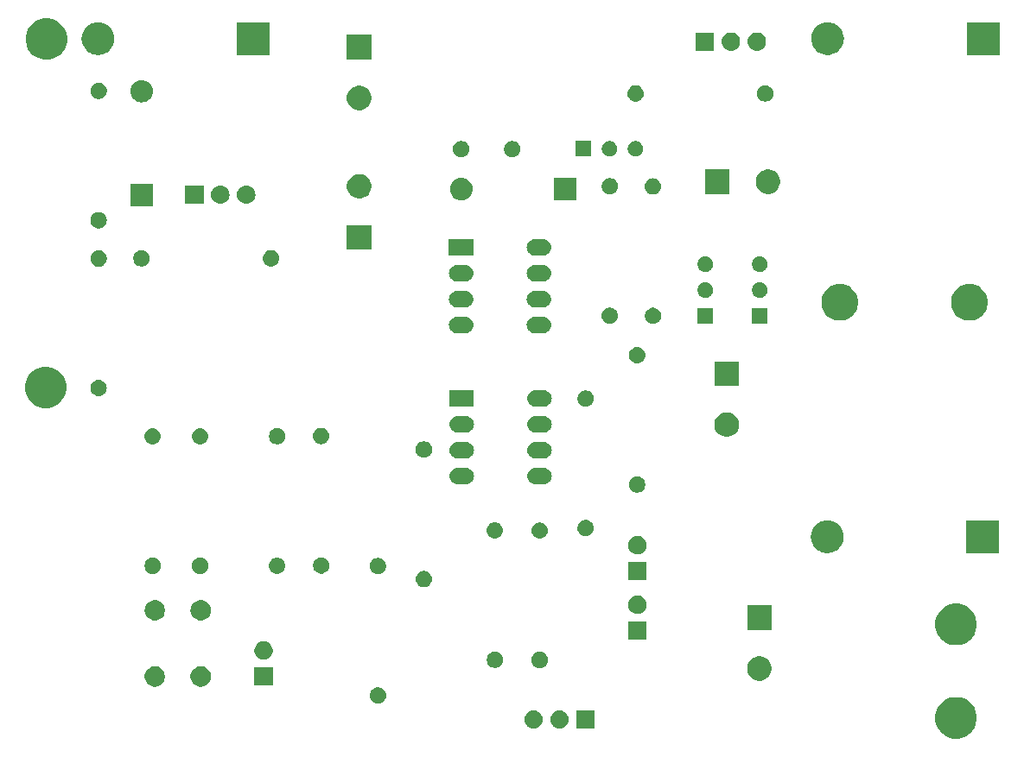
<source format=gbr>
%TF.GenerationSoftware,KiCad,Pcbnew,(5.0.2)-1*%
%TF.CreationDate,2019-02-13T13:46:32+09:00*%
%TF.ProjectId,12f675-mppt,31326636-3735-42d6-9d70-70742e6b6963,rev?*%
%TF.SameCoordinates,Original*%
%TF.FileFunction,Soldermask,Bot*%
%TF.FilePolarity,Negative*%
%FSLAX46Y46*%
G04 Gerber Fmt 4.6, Leading zero omitted, Abs format (unit mm)*
G04 Created by KiCad (PCBNEW (5.0.2)-1) date 2019-02-13 오후 1:46:32*
%MOMM*%
%LPD*%
G01*
G04 APERTURE LIST*
%ADD10C,0.100000*%
G04 APERTURE END LIST*
D10*
G36*
X125382912Y-106250088D02*
X125752710Y-106403263D01*
X125752713Y-106403265D01*
X126085525Y-106625643D01*
X126368557Y-106908675D01*
X126590935Y-107241487D01*
X126590937Y-107241490D01*
X126744112Y-107611288D01*
X126822200Y-108003864D01*
X126822200Y-108404136D01*
X126744112Y-108796712D01*
X126590937Y-109166510D01*
X126590935Y-109166513D01*
X126368557Y-109499325D01*
X126085525Y-109782357D01*
X125752713Y-110004735D01*
X125752710Y-110004737D01*
X125382912Y-110157912D01*
X124990336Y-110236000D01*
X124590064Y-110236000D01*
X124197488Y-110157912D01*
X123827690Y-110004737D01*
X123827687Y-110004735D01*
X123494875Y-109782357D01*
X123211843Y-109499325D01*
X122989465Y-109166513D01*
X122989463Y-109166510D01*
X122836288Y-108796712D01*
X122758200Y-108404136D01*
X122758200Y-108003864D01*
X122836288Y-107611288D01*
X122989463Y-107241490D01*
X122989465Y-107241487D01*
X123211843Y-106908675D01*
X123494875Y-106625643D01*
X123827687Y-106403265D01*
X123827690Y-106403263D01*
X124197488Y-106250088D01*
X124590064Y-106172000D01*
X124990336Y-106172000D01*
X125382912Y-106250088D01*
X125382912Y-106250088D01*
G37*
G36*
X86109712Y-107484662D02*
X86279361Y-107536125D01*
X86435713Y-107619696D01*
X86572755Y-107732165D01*
X86685224Y-107869207D01*
X86768795Y-108025559D01*
X86820258Y-108195208D01*
X86837634Y-108371640D01*
X86820258Y-108548072D01*
X86768795Y-108717721D01*
X86685224Y-108874073D01*
X86572755Y-109011115D01*
X86435713Y-109123584D01*
X86279361Y-109207155D01*
X86109712Y-109258618D01*
X85977491Y-109271640D01*
X85889069Y-109271640D01*
X85756848Y-109258618D01*
X85587199Y-109207155D01*
X85430847Y-109123584D01*
X85293805Y-109011115D01*
X85181336Y-108874073D01*
X85097765Y-108717721D01*
X85046302Y-108548072D01*
X85028926Y-108371640D01*
X85046302Y-108195208D01*
X85097765Y-108025559D01*
X85181336Y-107869207D01*
X85293805Y-107732165D01*
X85430847Y-107619696D01*
X85587199Y-107536125D01*
X85756848Y-107484662D01*
X85889069Y-107471640D01*
X85977491Y-107471640D01*
X86109712Y-107484662D01*
X86109712Y-107484662D01*
G37*
G36*
X89373280Y-109271640D02*
X87573280Y-109271640D01*
X87573280Y-107471640D01*
X89373280Y-107471640D01*
X89373280Y-109271640D01*
X89373280Y-109271640D01*
G37*
G36*
X83569712Y-107484662D02*
X83739361Y-107536125D01*
X83895713Y-107619696D01*
X84032755Y-107732165D01*
X84145224Y-107869207D01*
X84228795Y-108025559D01*
X84280258Y-108195208D01*
X84297634Y-108371640D01*
X84280258Y-108548072D01*
X84228795Y-108717721D01*
X84145224Y-108874073D01*
X84032755Y-109011115D01*
X83895713Y-109123584D01*
X83739361Y-109207155D01*
X83569712Y-109258618D01*
X83437491Y-109271640D01*
X83349069Y-109271640D01*
X83216848Y-109258618D01*
X83047199Y-109207155D01*
X82890847Y-109123584D01*
X82753805Y-109011115D01*
X82641336Y-108874073D01*
X82557765Y-108717721D01*
X82506302Y-108548072D01*
X82488926Y-108371640D01*
X82506302Y-108195208D01*
X82557765Y-108025559D01*
X82641336Y-107869207D01*
X82753805Y-107732165D01*
X82890847Y-107619696D01*
X83047199Y-107536125D01*
X83216848Y-107484662D01*
X83349069Y-107471640D01*
X83437491Y-107471640D01*
X83569712Y-107484662D01*
X83569712Y-107484662D01*
G37*
G36*
X68260769Y-105222237D02*
X68299947Y-105226096D01*
X68375348Y-105248969D01*
X68450749Y-105271841D01*
X68589728Y-105346128D01*
X68711542Y-105446098D01*
X68811512Y-105567912D01*
X68885799Y-105706891D01*
X68931544Y-105857694D01*
X68946990Y-106014520D01*
X68931544Y-106171346D01*
X68885799Y-106322149D01*
X68811512Y-106461128D01*
X68711542Y-106582942D01*
X68589728Y-106682912D01*
X68450749Y-106757199D01*
X68375348Y-106780071D01*
X68299947Y-106802944D01*
X68260769Y-106806803D01*
X68182415Y-106814520D01*
X68103825Y-106814520D01*
X68025471Y-106806803D01*
X67986293Y-106802944D01*
X67910892Y-106780071D01*
X67835491Y-106757199D01*
X67696512Y-106682912D01*
X67574698Y-106582942D01*
X67474728Y-106461128D01*
X67400441Y-106322149D01*
X67354696Y-106171346D01*
X67339250Y-106014520D01*
X67354696Y-105857694D01*
X67400441Y-105706891D01*
X67474728Y-105567912D01*
X67574698Y-105446098D01*
X67696512Y-105346128D01*
X67835491Y-105271841D01*
X67910892Y-105248969D01*
X67986293Y-105226096D01*
X68025471Y-105222237D01*
X68103825Y-105214520D01*
X68182415Y-105214520D01*
X68260769Y-105222237D01*
X68260769Y-105222237D01*
G37*
G36*
X46459650Y-103175692D02*
X46575569Y-103198749D01*
X46757558Y-103274131D01*
X46921343Y-103383569D01*
X47060631Y-103522857D01*
X47170069Y-103686642D01*
X47245451Y-103868631D01*
X47283880Y-104061829D01*
X47283880Y-104258811D01*
X47245451Y-104452009D01*
X47170069Y-104633998D01*
X47060631Y-104797783D01*
X46921343Y-104937071D01*
X46757558Y-105046509D01*
X46575569Y-105121891D01*
X46459650Y-105144948D01*
X46382373Y-105160320D01*
X46185387Y-105160320D01*
X46108110Y-105144948D01*
X45992191Y-105121891D01*
X45810202Y-105046509D01*
X45646417Y-104937071D01*
X45507129Y-104797783D01*
X45397691Y-104633998D01*
X45322309Y-104452009D01*
X45283880Y-104258811D01*
X45283880Y-104061829D01*
X45322309Y-103868631D01*
X45397691Y-103686642D01*
X45507129Y-103522857D01*
X45646417Y-103383569D01*
X45810202Y-103274131D01*
X45992191Y-103198749D01*
X46108110Y-103175692D01*
X46185387Y-103160320D01*
X46382373Y-103160320D01*
X46459650Y-103175692D01*
X46459650Y-103175692D01*
G37*
G36*
X50959650Y-103175692D02*
X51075569Y-103198749D01*
X51257558Y-103274131D01*
X51421343Y-103383569D01*
X51560631Y-103522857D01*
X51670069Y-103686642D01*
X51745451Y-103868631D01*
X51783880Y-104061829D01*
X51783880Y-104258811D01*
X51745451Y-104452009D01*
X51670069Y-104633998D01*
X51560631Y-104797783D01*
X51421343Y-104937071D01*
X51257558Y-105046509D01*
X51075569Y-105121891D01*
X50959650Y-105144948D01*
X50882373Y-105160320D01*
X50685387Y-105160320D01*
X50608110Y-105144948D01*
X50492191Y-105121891D01*
X50310202Y-105046509D01*
X50146417Y-104937071D01*
X50007129Y-104797783D01*
X49897691Y-104633998D01*
X49822309Y-104452009D01*
X49783880Y-104258811D01*
X49783880Y-104061829D01*
X49822309Y-103868631D01*
X49897691Y-103686642D01*
X50007129Y-103522857D01*
X50146417Y-103383569D01*
X50310202Y-103274131D01*
X50492191Y-103198749D01*
X50608110Y-103175692D01*
X50685387Y-103160320D01*
X50882373Y-103160320D01*
X50959650Y-103175692D01*
X50959650Y-103175692D01*
G37*
G36*
X57836640Y-105055240D02*
X56036640Y-105055240D01*
X56036640Y-103255240D01*
X57836640Y-103255240D01*
X57836640Y-105055240D01*
X57836640Y-105055240D01*
G37*
G36*
X105866706Y-102220315D02*
X106085092Y-102310773D01*
X106281638Y-102442101D01*
X106448779Y-102609242D01*
X106580107Y-102805788D01*
X106670565Y-103024174D01*
X106716680Y-103256009D01*
X106716680Y-103492391D01*
X106670565Y-103724226D01*
X106580107Y-103942612D01*
X106448779Y-104139158D01*
X106281638Y-104306299D01*
X106085092Y-104437627D01*
X105866706Y-104528085D01*
X105634871Y-104574200D01*
X105398489Y-104574200D01*
X105166654Y-104528085D01*
X104948268Y-104437627D01*
X104751722Y-104306299D01*
X104584581Y-104139158D01*
X104453253Y-103942612D01*
X104362795Y-103724226D01*
X104316680Y-103492391D01*
X104316680Y-103256009D01*
X104362795Y-103024174D01*
X104453253Y-102805788D01*
X104584581Y-102609242D01*
X104751722Y-102442101D01*
X104948268Y-102310773D01*
X105166654Y-102220315D01*
X105398489Y-102174200D01*
X105634871Y-102174200D01*
X105866706Y-102220315D01*
X105866706Y-102220315D01*
G37*
G36*
X84226072Y-101765463D02*
X84371661Y-101825768D01*
X84502693Y-101913321D01*
X84614119Y-102024747D01*
X84701672Y-102155779D01*
X84761977Y-102301368D01*
X84792720Y-102455925D01*
X84792720Y-102613515D01*
X84761977Y-102768072D01*
X84701672Y-102913661D01*
X84614119Y-103044693D01*
X84502693Y-103156119D01*
X84371661Y-103243672D01*
X84226072Y-103303977D01*
X84071515Y-103334720D01*
X83913925Y-103334720D01*
X83759368Y-103303977D01*
X83613779Y-103243672D01*
X83482747Y-103156119D01*
X83371321Y-103044693D01*
X83283768Y-102913661D01*
X83223463Y-102768072D01*
X83192720Y-102613515D01*
X83192720Y-102455925D01*
X83223463Y-102301368D01*
X83283768Y-102155779D01*
X83371321Y-102024747D01*
X83482747Y-101913321D01*
X83613779Y-101825768D01*
X83759368Y-101765463D01*
X83913925Y-101734720D01*
X84071515Y-101734720D01*
X84226072Y-101765463D01*
X84226072Y-101765463D01*
G37*
G36*
X79831872Y-101745143D02*
X79977461Y-101805448D01*
X80108493Y-101893001D01*
X80219919Y-102004427D01*
X80307472Y-102135459D01*
X80367777Y-102281048D01*
X80398520Y-102435605D01*
X80398520Y-102593195D01*
X80367777Y-102747752D01*
X80307472Y-102893341D01*
X80219919Y-103024373D01*
X80108493Y-103135799D01*
X79977461Y-103223352D01*
X79831872Y-103283657D01*
X79677315Y-103314400D01*
X79519725Y-103314400D01*
X79365168Y-103283657D01*
X79219579Y-103223352D01*
X79088547Y-103135799D01*
X78977121Y-103024373D01*
X78889568Y-102893341D01*
X78829263Y-102747752D01*
X78798520Y-102593195D01*
X78798520Y-102435605D01*
X78829263Y-102281048D01*
X78889568Y-102135459D01*
X78977121Y-102004427D01*
X79088547Y-101893001D01*
X79219579Y-101805448D01*
X79365168Y-101745143D01*
X79519725Y-101714400D01*
X79677315Y-101714400D01*
X79831872Y-101745143D01*
X79831872Y-101745143D01*
G37*
G36*
X57199161Y-100749826D02*
X57362949Y-100817669D01*
X57510360Y-100916166D01*
X57635714Y-101041520D01*
X57734211Y-101188931D01*
X57802054Y-101352719D01*
X57836640Y-101526596D01*
X57836640Y-101703884D01*
X57802054Y-101877761D01*
X57734211Y-102041549D01*
X57635714Y-102188960D01*
X57510360Y-102314314D01*
X57362949Y-102412811D01*
X57199161Y-102480654D01*
X57025284Y-102515240D01*
X56847996Y-102515240D01*
X56674119Y-102480654D01*
X56510331Y-102412811D01*
X56362920Y-102314314D01*
X56237566Y-102188960D01*
X56139069Y-102041549D01*
X56071226Y-101877761D01*
X56036640Y-101703884D01*
X56036640Y-101526596D01*
X56071226Y-101352719D01*
X56139069Y-101188931D01*
X56237566Y-101041520D01*
X56362920Y-100916166D01*
X56510331Y-100817669D01*
X56674119Y-100749826D01*
X56847996Y-100715240D01*
X57025284Y-100715240D01*
X57199161Y-100749826D01*
X57199161Y-100749826D01*
G37*
G36*
X125382912Y-97101008D02*
X125752710Y-97254183D01*
X125752713Y-97254185D01*
X126085525Y-97476563D01*
X126368557Y-97759595D01*
X126545574Y-98024520D01*
X126590937Y-98092410D01*
X126744112Y-98462208D01*
X126822200Y-98854784D01*
X126822200Y-99255056D01*
X126744112Y-99647632D01*
X126590937Y-100017430D01*
X126590935Y-100017433D01*
X126368557Y-100350245D01*
X126085525Y-100633277D01*
X125752713Y-100855655D01*
X125752710Y-100855657D01*
X125382912Y-101008832D01*
X124990336Y-101086920D01*
X124590064Y-101086920D01*
X124197488Y-101008832D01*
X123827690Y-100855657D01*
X123827687Y-100855655D01*
X123494875Y-100633277D01*
X123211843Y-100350245D01*
X122989465Y-100017433D01*
X122989463Y-100017430D01*
X122836288Y-99647632D01*
X122758200Y-99255056D01*
X122758200Y-98854784D01*
X122836288Y-98462208D01*
X122989463Y-98092410D01*
X123034826Y-98024520D01*
X123211843Y-97759595D01*
X123494875Y-97476563D01*
X123827687Y-97254185D01*
X123827690Y-97254183D01*
X124197488Y-97101008D01*
X124590064Y-97022920D01*
X124990336Y-97022920D01*
X125382912Y-97101008D01*
X125382912Y-97101008D01*
G37*
G36*
X94473600Y-100564520D02*
X92673600Y-100564520D01*
X92673600Y-98764520D01*
X94473600Y-98764520D01*
X94473600Y-100564520D01*
X94473600Y-100564520D01*
G37*
G36*
X106716680Y-99574200D02*
X104316680Y-99574200D01*
X104316680Y-97174200D01*
X106716680Y-97174200D01*
X106716680Y-99574200D01*
X106716680Y-99574200D01*
G37*
G36*
X50959650Y-96675692D02*
X51075569Y-96698749D01*
X51257558Y-96774131D01*
X51421343Y-96883569D01*
X51560631Y-97022857D01*
X51670069Y-97186642D01*
X51745451Y-97368631D01*
X51766920Y-97476563D01*
X51781693Y-97550830D01*
X51783880Y-97561829D01*
X51783880Y-97758811D01*
X51745451Y-97952009D01*
X51670069Y-98133998D01*
X51560631Y-98297783D01*
X51421343Y-98437071D01*
X51257558Y-98546509D01*
X51075569Y-98621891D01*
X50959650Y-98644948D01*
X50882373Y-98660320D01*
X50685387Y-98660320D01*
X50608110Y-98644948D01*
X50492191Y-98621891D01*
X50310202Y-98546509D01*
X50146417Y-98437071D01*
X50007129Y-98297783D01*
X49897691Y-98133998D01*
X49822309Y-97952009D01*
X49783880Y-97758811D01*
X49783880Y-97561829D01*
X49786068Y-97550830D01*
X49800840Y-97476563D01*
X49822309Y-97368631D01*
X49897691Y-97186642D01*
X50007129Y-97022857D01*
X50146417Y-96883569D01*
X50310202Y-96774131D01*
X50492191Y-96698749D01*
X50608110Y-96675692D01*
X50685387Y-96660320D01*
X50882373Y-96660320D01*
X50959650Y-96675692D01*
X50959650Y-96675692D01*
G37*
G36*
X46459650Y-96675692D02*
X46575569Y-96698749D01*
X46757558Y-96774131D01*
X46921343Y-96883569D01*
X47060631Y-97022857D01*
X47170069Y-97186642D01*
X47245451Y-97368631D01*
X47266920Y-97476563D01*
X47281693Y-97550830D01*
X47283880Y-97561829D01*
X47283880Y-97758811D01*
X47245451Y-97952009D01*
X47170069Y-98133998D01*
X47060631Y-98297783D01*
X46921343Y-98437071D01*
X46757558Y-98546509D01*
X46575569Y-98621891D01*
X46459650Y-98644948D01*
X46382373Y-98660320D01*
X46185387Y-98660320D01*
X46108110Y-98644948D01*
X45992191Y-98621891D01*
X45810202Y-98546509D01*
X45646417Y-98437071D01*
X45507129Y-98297783D01*
X45397691Y-98133998D01*
X45322309Y-97952009D01*
X45283880Y-97758811D01*
X45283880Y-97561829D01*
X45286068Y-97550830D01*
X45300840Y-97476563D01*
X45322309Y-97368631D01*
X45397691Y-97186642D01*
X45507129Y-97022857D01*
X45646417Y-96883569D01*
X45810202Y-96774131D01*
X45992191Y-96698749D01*
X46108110Y-96675692D01*
X46185387Y-96660320D01*
X46382373Y-96660320D01*
X46459650Y-96675692D01*
X46459650Y-96675692D01*
G37*
G36*
X93836121Y-96259106D02*
X93999909Y-96326949D01*
X94147320Y-96425446D01*
X94272674Y-96550800D01*
X94371171Y-96698211D01*
X94439014Y-96861999D01*
X94473600Y-97035876D01*
X94473600Y-97213164D01*
X94439014Y-97387041D01*
X94371171Y-97550829D01*
X94272674Y-97698240D01*
X94147320Y-97823594D01*
X93999909Y-97922091D01*
X93836121Y-97989934D01*
X93662244Y-98024520D01*
X93484956Y-98024520D01*
X93311079Y-97989934D01*
X93147291Y-97922091D01*
X92999880Y-97823594D01*
X92874526Y-97698240D01*
X92776029Y-97550829D01*
X92708186Y-97387041D01*
X92673600Y-97213164D01*
X92673600Y-97035876D01*
X92708186Y-96861999D01*
X92776029Y-96698211D01*
X92874526Y-96550800D01*
X92999880Y-96425446D01*
X93147291Y-96326949D01*
X93311079Y-96259106D01*
X93484956Y-96224520D01*
X93662244Y-96224520D01*
X93836121Y-96259106D01*
X93836121Y-96259106D01*
G37*
G36*
X72766729Y-93807477D02*
X72805907Y-93811336D01*
X72881307Y-93834208D01*
X72956709Y-93857081D01*
X73095688Y-93931368D01*
X73217502Y-94031338D01*
X73317472Y-94153152D01*
X73391759Y-94292131D01*
X73437504Y-94442934D01*
X73452950Y-94599760D01*
X73437504Y-94756586D01*
X73391759Y-94907389D01*
X73317472Y-95046368D01*
X73217502Y-95168182D01*
X73095688Y-95268152D01*
X72956709Y-95342439D01*
X72881308Y-95365311D01*
X72805907Y-95388184D01*
X72766729Y-95392043D01*
X72688375Y-95399760D01*
X72609785Y-95399760D01*
X72531431Y-95392043D01*
X72492253Y-95388184D01*
X72416852Y-95365311D01*
X72341451Y-95342439D01*
X72202472Y-95268152D01*
X72080658Y-95168182D01*
X71980688Y-95046368D01*
X71906401Y-94907389D01*
X71860656Y-94756586D01*
X71845210Y-94599760D01*
X71860656Y-94442934D01*
X71906401Y-94292131D01*
X71980688Y-94153152D01*
X72080658Y-94031338D01*
X72202472Y-93931368D01*
X72341451Y-93857081D01*
X72416853Y-93834208D01*
X72492253Y-93811336D01*
X72531431Y-93807477D01*
X72609785Y-93799760D01*
X72688375Y-93799760D01*
X72766729Y-93807477D01*
X72766729Y-93807477D01*
G37*
G36*
X94473600Y-94722520D02*
X92673600Y-94722520D01*
X92673600Y-92922520D01*
X94473600Y-92922520D01*
X94473600Y-94722520D01*
X94473600Y-94722520D01*
G37*
G36*
X68376472Y-92545263D02*
X68522061Y-92605568D01*
X68653093Y-92693121D01*
X68764519Y-92804547D01*
X68852072Y-92935579D01*
X68912377Y-93081168D01*
X68943120Y-93235725D01*
X68943120Y-93393315D01*
X68912377Y-93547872D01*
X68852072Y-93693461D01*
X68764519Y-93824493D01*
X68653093Y-93935919D01*
X68522061Y-94023472D01*
X68376472Y-94083777D01*
X68221915Y-94114520D01*
X68064325Y-94114520D01*
X67909768Y-94083777D01*
X67764179Y-94023472D01*
X67633147Y-93935919D01*
X67521721Y-93824493D01*
X67434168Y-93693461D01*
X67373863Y-93547872D01*
X67343120Y-93393315D01*
X67343120Y-93235725D01*
X67373863Y-93081168D01*
X67434168Y-92935579D01*
X67521721Y-92804547D01*
X67633147Y-92693121D01*
X67764179Y-92605568D01*
X67909768Y-92545263D01*
X68064325Y-92514520D01*
X68221915Y-92514520D01*
X68376472Y-92545263D01*
X68376472Y-92545263D01*
G37*
G36*
X46303872Y-92530023D02*
X46449461Y-92590328D01*
X46580493Y-92677881D01*
X46691919Y-92789307D01*
X46779472Y-92920339D01*
X46839777Y-93065928D01*
X46870520Y-93220485D01*
X46870520Y-93378075D01*
X46839777Y-93532632D01*
X46779472Y-93678221D01*
X46691919Y-93809253D01*
X46580493Y-93920679D01*
X46449461Y-94008232D01*
X46303872Y-94068537D01*
X46149315Y-94099280D01*
X45991725Y-94099280D01*
X45837168Y-94068537D01*
X45691579Y-94008232D01*
X45560547Y-93920679D01*
X45449121Y-93809253D01*
X45361568Y-93678221D01*
X45301263Y-93532632D01*
X45270520Y-93378075D01*
X45270520Y-93220485D01*
X45301263Y-93065928D01*
X45361568Y-92920339D01*
X45449121Y-92789307D01*
X45560547Y-92677881D01*
X45691579Y-92590328D01*
X45837168Y-92530023D01*
X45991725Y-92499280D01*
X46149315Y-92499280D01*
X46303872Y-92530023D01*
X46303872Y-92530023D01*
G37*
G36*
X50957152Y-92530023D02*
X51102741Y-92590328D01*
X51233773Y-92677881D01*
X51345199Y-92789307D01*
X51432752Y-92920339D01*
X51493057Y-93065928D01*
X51523800Y-93220485D01*
X51523800Y-93378075D01*
X51493057Y-93532632D01*
X51432752Y-93678221D01*
X51345199Y-93809253D01*
X51233773Y-93920679D01*
X51102741Y-94008232D01*
X50957152Y-94068537D01*
X50802595Y-94099280D01*
X50645005Y-94099280D01*
X50490448Y-94068537D01*
X50344859Y-94008232D01*
X50213827Y-93920679D01*
X50102401Y-93809253D01*
X50014848Y-93678221D01*
X49954543Y-93532632D01*
X49923800Y-93378075D01*
X49923800Y-93220485D01*
X49954543Y-93065928D01*
X50014848Y-92920339D01*
X50102401Y-92789307D01*
X50213827Y-92677881D01*
X50344859Y-92590328D01*
X50490448Y-92530023D01*
X50645005Y-92499280D01*
X50802595Y-92499280D01*
X50957152Y-92530023D01*
X50957152Y-92530023D01*
G37*
G36*
X58385249Y-92491757D02*
X58424427Y-92495616D01*
X58486745Y-92514520D01*
X58575229Y-92541361D01*
X58714208Y-92615648D01*
X58836022Y-92715618D01*
X58935992Y-92837432D01*
X59010279Y-92976411D01*
X59056024Y-93127214D01*
X59071470Y-93284040D01*
X59056024Y-93440866D01*
X59010279Y-93591669D01*
X58935992Y-93730648D01*
X58836022Y-93852462D01*
X58714208Y-93952432D01*
X58575229Y-94026719D01*
X58499828Y-94049591D01*
X58424427Y-94072464D01*
X58385249Y-94076323D01*
X58306895Y-94084040D01*
X58228305Y-94084040D01*
X58149951Y-94076323D01*
X58110773Y-94072464D01*
X58035372Y-94049591D01*
X57959971Y-94026719D01*
X57820992Y-93952432D01*
X57699178Y-93852462D01*
X57599208Y-93730648D01*
X57524921Y-93591669D01*
X57479176Y-93440866D01*
X57463730Y-93284040D01*
X57479176Y-93127214D01*
X57524921Y-92976411D01*
X57599208Y-92837432D01*
X57699178Y-92715618D01*
X57820992Y-92615648D01*
X57959971Y-92541361D01*
X58048455Y-92514520D01*
X58110773Y-92495616D01*
X58149951Y-92491757D01*
X58228305Y-92484040D01*
X58306895Y-92484040D01*
X58385249Y-92491757D01*
X58385249Y-92491757D01*
G37*
G36*
X62813872Y-92494463D02*
X62959461Y-92554768D01*
X63090493Y-92642321D01*
X63201919Y-92753747D01*
X63289472Y-92884779D01*
X63349777Y-93030368D01*
X63380520Y-93184925D01*
X63380520Y-93342515D01*
X63349777Y-93497072D01*
X63289472Y-93642661D01*
X63201919Y-93773693D01*
X63090493Y-93885119D01*
X62959461Y-93972672D01*
X62813872Y-94032977D01*
X62659315Y-94063720D01*
X62501725Y-94063720D01*
X62347168Y-94032977D01*
X62201579Y-93972672D01*
X62070547Y-93885119D01*
X61959121Y-93773693D01*
X61871568Y-93642661D01*
X61811263Y-93497072D01*
X61780520Y-93342515D01*
X61780520Y-93184925D01*
X61811263Y-93030368D01*
X61871568Y-92884779D01*
X61959121Y-92753747D01*
X62070547Y-92642321D01*
X62201579Y-92554768D01*
X62347168Y-92494463D01*
X62501725Y-92463720D01*
X62659315Y-92463720D01*
X62813872Y-92494463D01*
X62813872Y-92494463D01*
G37*
G36*
X93836121Y-90417106D02*
X93999909Y-90484949D01*
X94147320Y-90583446D01*
X94272674Y-90708800D01*
X94371171Y-90856211D01*
X94439014Y-91019999D01*
X94473600Y-91193876D01*
X94473600Y-91371164D01*
X94439014Y-91545041D01*
X94371171Y-91708829D01*
X94272674Y-91856240D01*
X94147320Y-91981594D01*
X93999909Y-92080091D01*
X93836121Y-92147934D01*
X93662244Y-92182520D01*
X93484956Y-92182520D01*
X93311079Y-92147934D01*
X93147291Y-92080091D01*
X92999880Y-91981594D01*
X92874526Y-91856240D01*
X92776029Y-91708829D01*
X92708186Y-91545041D01*
X92673600Y-91371164D01*
X92673600Y-91193876D01*
X92708186Y-91019999D01*
X92776029Y-90856211D01*
X92874526Y-90708800D01*
X92999880Y-90583446D01*
X93147291Y-90484949D01*
X93311079Y-90417106D01*
X93484956Y-90382520D01*
X93662244Y-90382520D01*
X93836121Y-90417106D01*
X93836121Y-90417106D01*
G37*
G36*
X112323350Y-88857117D02*
X112480055Y-88872551D01*
X112681122Y-88933544D01*
X112781657Y-88964041D01*
X112913887Y-89034720D01*
X113059613Y-89112612D01*
X113303245Y-89312555D01*
X113503188Y-89556187D01*
X113557380Y-89657573D01*
X113651759Y-89834143D01*
X113651759Y-89834144D01*
X113743249Y-90135745D01*
X113774141Y-90449400D01*
X113743249Y-90763055D01*
X113714990Y-90856211D01*
X113651759Y-91064657D01*
X113572346Y-91213228D01*
X113503188Y-91342613D01*
X113303245Y-91586245D01*
X113059613Y-91786188D01*
X112930228Y-91855346D01*
X112781657Y-91934759D01*
X112681122Y-91965256D01*
X112480055Y-92026249D01*
X112323350Y-92041683D01*
X112244998Y-92049400D01*
X112087802Y-92049400D01*
X112009450Y-92041683D01*
X111852745Y-92026249D01*
X111651678Y-91965256D01*
X111551143Y-91934759D01*
X111402572Y-91855346D01*
X111273187Y-91786188D01*
X111029555Y-91586245D01*
X110829612Y-91342613D01*
X110760454Y-91213228D01*
X110681041Y-91064657D01*
X110617810Y-90856211D01*
X110589551Y-90763055D01*
X110558659Y-90449400D01*
X110589551Y-90135745D01*
X110681041Y-89834144D01*
X110681041Y-89834143D01*
X110775420Y-89657573D01*
X110829612Y-89556187D01*
X111029555Y-89312555D01*
X111273187Y-89112612D01*
X111418913Y-89034720D01*
X111551143Y-88964041D01*
X111651678Y-88933544D01*
X111852745Y-88872551D01*
X112009450Y-88857117D01*
X112087802Y-88849400D01*
X112244998Y-88849400D01*
X112323350Y-88857117D01*
X112323350Y-88857117D01*
G37*
G36*
X129006400Y-92049400D02*
X125806400Y-92049400D01*
X125806400Y-88849400D01*
X129006400Y-88849400D01*
X129006400Y-92049400D01*
X129006400Y-92049400D01*
G37*
G36*
X84110369Y-89042437D02*
X84149547Y-89046296D01*
X84224948Y-89069169D01*
X84300349Y-89092041D01*
X84439328Y-89166328D01*
X84561142Y-89266298D01*
X84661112Y-89388112D01*
X84735399Y-89527091D01*
X84735399Y-89527092D01*
X84781144Y-89677893D01*
X84796590Y-89834720D01*
X84781144Y-89991547D01*
X84767208Y-90037488D01*
X84735399Y-90142349D01*
X84661112Y-90281328D01*
X84561142Y-90403142D01*
X84439328Y-90503112D01*
X84300349Y-90577399D01*
X84280414Y-90583446D01*
X84149547Y-90623144D01*
X84110369Y-90627003D01*
X84032015Y-90634720D01*
X83953425Y-90634720D01*
X83875071Y-90627003D01*
X83835893Y-90623144D01*
X83705026Y-90583446D01*
X83685091Y-90577399D01*
X83546112Y-90503112D01*
X83424298Y-90403142D01*
X83324328Y-90281328D01*
X83250041Y-90142349D01*
X83218232Y-90037488D01*
X83204296Y-89991547D01*
X83188850Y-89834720D01*
X83204296Y-89677893D01*
X83250041Y-89527092D01*
X83250041Y-89527091D01*
X83324328Y-89388112D01*
X83424298Y-89266298D01*
X83546112Y-89166328D01*
X83685091Y-89092041D01*
X83760492Y-89069169D01*
X83835893Y-89046296D01*
X83875071Y-89042437D01*
X83953425Y-89034720D01*
X84032015Y-89034720D01*
X84110369Y-89042437D01*
X84110369Y-89042437D01*
G37*
G36*
X79716169Y-89022117D02*
X79755347Y-89025976D01*
X79822333Y-89046296D01*
X79906149Y-89071721D01*
X80045128Y-89146008D01*
X80166942Y-89245978D01*
X80266912Y-89367792D01*
X80341199Y-89506771D01*
X80386944Y-89657574D01*
X80402390Y-89814400D01*
X80386944Y-89971226D01*
X80341199Y-90122029D01*
X80266912Y-90261008D01*
X80166942Y-90382822D01*
X80045128Y-90482792D01*
X79906149Y-90557079D01*
X79839162Y-90577399D01*
X79755347Y-90602824D01*
X79716169Y-90606683D01*
X79637815Y-90614400D01*
X79559225Y-90614400D01*
X79480871Y-90606683D01*
X79441693Y-90602824D01*
X79357878Y-90577399D01*
X79290891Y-90557079D01*
X79151912Y-90482792D01*
X79030098Y-90382822D01*
X78930128Y-90261008D01*
X78855841Y-90122029D01*
X78810096Y-89971226D01*
X78794650Y-89814400D01*
X78810096Y-89657574D01*
X78855841Y-89506771D01*
X78930128Y-89367792D01*
X79030098Y-89245978D01*
X79151912Y-89146008D01*
X79290891Y-89071721D01*
X79374707Y-89046296D01*
X79441693Y-89025976D01*
X79480871Y-89022117D01*
X79559225Y-89014400D01*
X79637815Y-89014400D01*
X79716169Y-89022117D01*
X79716169Y-89022117D01*
G37*
G36*
X88616329Y-88798597D02*
X88655507Y-88802456D01*
X88730908Y-88825329D01*
X88806309Y-88848201D01*
X88945288Y-88922488D01*
X89067102Y-89022458D01*
X89167072Y-89144272D01*
X89241359Y-89283251D01*
X89241359Y-89283252D01*
X89273169Y-89388114D01*
X89287104Y-89434054D01*
X89302550Y-89590880D01*
X89287104Y-89747706D01*
X89241359Y-89898509D01*
X89167072Y-90037488D01*
X89067102Y-90159302D01*
X88945288Y-90259272D01*
X88806309Y-90333559D01*
X88730907Y-90356432D01*
X88655507Y-90379304D01*
X88622854Y-90382520D01*
X88537975Y-90390880D01*
X88459385Y-90390880D01*
X88374506Y-90382520D01*
X88341853Y-90379304D01*
X88266453Y-90356432D01*
X88191051Y-90333559D01*
X88052072Y-90259272D01*
X87930258Y-90159302D01*
X87830288Y-90037488D01*
X87756001Y-89898509D01*
X87710256Y-89747706D01*
X87694810Y-89590880D01*
X87710256Y-89434054D01*
X87724192Y-89388114D01*
X87756001Y-89283252D01*
X87756001Y-89283251D01*
X87830288Y-89144272D01*
X87930258Y-89022458D01*
X88052072Y-88922488D01*
X88191051Y-88848201D01*
X88266452Y-88825329D01*
X88341853Y-88802456D01*
X88381031Y-88798597D01*
X88459385Y-88790880D01*
X88537975Y-88790880D01*
X88616329Y-88798597D01*
X88616329Y-88798597D01*
G37*
G36*
X93771392Y-84564583D02*
X93916981Y-84624888D01*
X94048013Y-84712441D01*
X94159439Y-84823867D01*
X94246992Y-84954899D01*
X94307297Y-85100488D01*
X94338040Y-85255045D01*
X94338040Y-85412635D01*
X94307297Y-85567192D01*
X94246992Y-85712781D01*
X94159439Y-85843813D01*
X94048013Y-85955239D01*
X93916981Y-86042792D01*
X93771392Y-86103097D01*
X93616835Y-86133840D01*
X93459245Y-86133840D01*
X93304688Y-86103097D01*
X93159099Y-86042792D01*
X93028067Y-85955239D01*
X92916641Y-85843813D01*
X92829088Y-85712781D01*
X92768783Y-85567192D01*
X92738040Y-85412635D01*
X92738040Y-85255045D01*
X92768783Y-85100488D01*
X92829088Y-84954899D01*
X92916641Y-84823867D01*
X93028067Y-84712441D01*
X93159099Y-84624888D01*
X93304688Y-84564583D01*
X93459245Y-84533840D01*
X93616835Y-84533840D01*
X93771392Y-84564583D01*
X93771392Y-84564583D01*
G37*
G36*
X84495129Y-83703357D02*
X84534307Y-83707216D01*
X84609708Y-83730089D01*
X84685109Y-83752961D01*
X84824088Y-83827248D01*
X84945902Y-83927218D01*
X85045872Y-84049032D01*
X85120159Y-84188011D01*
X85165904Y-84338814D01*
X85181350Y-84495640D01*
X85165904Y-84652466D01*
X85120159Y-84803269D01*
X85045872Y-84942248D01*
X84945902Y-85064062D01*
X84824088Y-85164032D01*
X84685109Y-85238319D01*
X84629970Y-85255045D01*
X84534307Y-85284064D01*
X84495129Y-85287923D01*
X84416775Y-85295640D01*
X83538185Y-85295640D01*
X83459831Y-85287923D01*
X83420653Y-85284064D01*
X83324990Y-85255045D01*
X83269851Y-85238319D01*
X83130872Y-85164032D01*
X83009058Y-85064062D01*
X82909088Y-84942248D01*
X82834801Y-84803269D01*
X82789056Y-84652466D01*
X82773610Y-84495640D01*
X82789056Y-84338814D01*
X82834801Y-84188011D01*
X82909088Y-84049032D01*
X83009058Y-83927218D01*
X83130872Y-83827248D01*
X83269851Y-83752961D01*
X83345252Y-83730089D01*
X83420653Y-83707216D01*
X83459831Y-83703357D01*
X83538185Y-83695640D01*
X84416775Y-83695640D01*
X84495129Y-83703357D01*
X84495129Y-83703357D01*
G37*
G36*
X76875129Y-83703357D02*
X76914307Y-83707216D01*
X76989708Y-83730089D01*
X77065109Y-83752961D01*
X77204088Y-83827248D01*
X77325902Y-83927218D01*
X77425872Y-84049032D01*
X77500159Y-84188011D01*
X77545904Y-84338814D01*
X77561350Y-84495640D01*
X77545904Y-84652466D01*
X77500159Y-84803269D01*
X77425872Y-84942248D01*
X77325902Y-85064062D01*
X77204088Y-85164032D01*
X77065109Y-85238319D01*
X77009970Y-85255045D01*
X76914307Y-85284064D01*
X76875129Y-85287923D01*
X76796775Y-85295640D01*
X75918185Y-85295640D01*
X75839831Y-85287923D01*
X75800653Y-85284064D01*
X75704990Y-85255045D01*
X75649851Y-85238319D01*
X75510872Y-85164032D01*
X75389058Y-85064062D01*
X75289088Y-84942248D01*
X75214801Y-84803269D01*
X75169056Y-84652466D01*
X75153610Y-84495640D01*
X75169056Y-84338814D01*
X75214801Y-84188011D01*
X75289088Y-84049032D01*
X75389058Y-83927218D01*
X75510872Y-83827248D01*
X75649851Y-83752961D01*
X75725252Y-83730089D01*
X75800653Y-83707216D01*
X75839831Y-83703357D01*
X75918185Y-83695640D01*
X76796775Y-83695640D01*
X76875129Y-83703357D01*
X76875129Y-83703357D01*
G37*
G36*
X76875129Y-81163357D02*
X76914307Y-81167216D01*
X76989708Y-81190089D01*
X77065109Y-81212961D01*
X77204088Y-81287248D01*
X77325902Y-81387218D01*
X77425872Y-81509032D01*
X77500159Y-81648011D01*
X77505740Y-81666409D01*
X77545904Y-81798813D01*
X77561350Y-81955640D01*
X77545904Y-82112467D01*
X77539641Y-82133112D01*
X77500159Y-82263269D01*
X77425872Y-82402248D01*
X77325902Y-82524062D01*
X77204088Y-82624032D01*
X77065109Y-82698319D01*
X76989708Y-82721191D01*
X76914307Y-82744064D01*
X76875129Y-82747923D01*
X76796775Y-82755640D01*
X75918185Y-82755640D01*
X75839831Y-82747923D01*
X75800653Y-82744064D01*
X75725252Y-82721191D01*
X75649851Y-82698319D01*
X75510872Y-82624032D01*
X75389058Y-82524062D01*
X75289088Y-82402248D01*
X75214801Y-82263269D01*
X75175319Y-82133112D01*
X75169056Y-82112467D01*
X75153610Y-81955640D01*
X75169056Y-81798813D01*
X75209220Y-81666409D01*
X75214801Y-81648011D01*
X75289088Y-81509032D01*
X75389058Y-81387218D01*
X75510872Y-81287248D01*
X75649851Y-81212961D01*
X75725252Y-81190089D01*
X75800653Y-81167216D01*
X75839831Y-81163357D01*
X75918185Y-81155640D01*
X76796775Y-81155640D01*
X76875129Y-81163357D01*
X76875129Y-81163357D01*
G37*
G36*
X84495129Y-81163357D02*
X84534307Y-81167216D01*
X84609708Y-81190089D01*
X84685109Y-81212961D01*
X84824088Y-81287248D01*
X84945902Y-81387218D01*
X85045872Y-81509032D01*
X85120159Y-81648011D01*
X85125740Y-81666409D01*
X85165904Y-81798813D01*
X85181350Y-81955640D01*
X85165904Y-82112467D01*
X85159641Y-82133112D01*
X85120159Y-82263269D01*
X85045872Y-82402248D01*
X84945902Y-82524062D01*
X84824088Y-82624032D01*
X84685109Y-82698319D01*
X84609708Y-82721191D01*
X84534307Y-82744064D01*
X84495129Y-82747923D01*
X84416775Y-82755640D01*
X83538185Y-82755640D01*
X83459831Y-82747923D01*
X83420653Y-82744064D01*
X83345252Y-82721191D01*
X83269851Y-82698319D01*
X83130872Y-82624032D01*
X83009058Y-82524062D01*
X82909088Y-82402248D01*
X82834801Y-82263269D01*
X82795319Y-82133112D01*
X82789056Y-82112467D01*
X82773610Y-81955640D01*
X82789056Y-81798813D01*
X82829220Y-81666409D01*
X82834801Y-81648011D01*
X82909088Y-81509032D01*
X83009058Y-81387218D01*
X83130872Y-81287248D01*
X83269851Y-81212961D01*
X83345252Y-81190089D01*
X83420653Y-81167216D01*
X83459831Y-81163357D01*
X83538185Y-81155640D01*
X84416775Y-81155640D01*
X84495129Y-81163357D01*
X84495129Y-81163357D01*
G37*
G36*
X72882432Y-81130503D02*
X73028021Y-81190808D01*
X73159053Y-81278361D01*
X73270479Y-81389787D01*
X73358032Y-81520819D01*
X73418337Y-81666408D01*
X73449080Y-81820965D01*
X73449080Y-81978555D01*
X73418337Y-82133112D01*
X73358032Y-82278701D01*
X73270479Y-82409733D01*
X73159053Y-82521159D01*
X73028021Y-82608712D01*
X72882432Y-82669017D01*
X72727875Y-82699760D01*
X72570285Y-82699760D01*
X72415728Y-82669017D01*
X72270139Y-82608712D01*
X72139107Y-82521159D01*
X72027681Y-82409733D01*
X71940128Y-82278701D01*
X71879823Y-82133112D01*
X71849080Y-81978555D01*
X71849080Y-81820965D01*
X71879823Y-81666408D01*
X71940128Y-81520819D01*
X72027681Y-81389787D01*
X72139107Y-81278361D01*
X72270139Y-81190808D01*
X72415728Y-81130503D01*
X72570285Y-81099760D01*
X72727875Y-81099760D01*
X72882432Y-81130503D01*
X72882432Y-81130503D01*
G37*
G36*
X50841449Y-79806997D02*
X50880627Y-79810856D01*
X50914202Y-79821041D01*
X51031429Y-79856601D01*
X51170408Y-79930888D01*
X51292222Y-80030858D01*
X51392192Y-80152672D01*
X51466479Y-80291651D01*
X51512224Y-80442454D01*
X51527670Y-80599280D01*
X51512224Y-80756106D01*
X51466479Y-80906909D01*
X51392192Y-81045888D01*
X51292222Y-81167702D01*
X51170408Y-81267672D01*
X51031429Y-81341959D01*
X50997853Y-81352144D01*
X50880627Y-81387704D01*
X50859447Y-81389790D01*
X50763095Y-81399280D01*
X50684505Y-81399280D01*
X50588153Y-81389790D01*
X50566973Y-81387704D01*
X50449747Y-81352144D01*
X50416171Y-81341959D01*
X50277192Y-81267672D01*
X50155378Y-81167702D01*
X50055408Y-81045888D01*
X49981121Y-80906909D01*
X49935376Y-80756106D01*
X49919930Y-80599280D01*
X49935376Y-80442454D01*
X49981121Y-80291651D01*
X50055408Y-80152672D01*
X50155378Y-80030858D01*
X50277192Y-79930888D01*
X50416171Y-79856601D01*
X50533398Y-79821041D01*
X50566973Y-79810856D01*
X50606151Y-79806997D01*
X50684505Y-79799280D01*
X50763095Y-79799280D01*
X50841449Y-79806997D01*
X50841449Y-79806997D01*
G37*
G36*
X46188169Y-79806997D02*
X46227347Y-79810856D01*
X46260922Y-79821041D01*
X46378149Y-79856601D01*
X46517128Y-79930888D01*
X46638942Y-80030858D01*
X46738912Y-80152672D01*
X46813199Y-80291651D01*
X46858944Y-80442454D01*
X46874390Y-80599280D01*
X46858944Y-80756106D01*
X46813199Y-80906909D01*
X46738912Y-81045888D01*
X46638942Y-81167702D01*
X46517128Y-81267672D01*
X46378149Y-81341959D01*
X46344573Y-81352144D01*
X46227347Y-81387704D01*
X46206167Y-81389790D01*
X46109815Y-81399280D01*
X46031225Y-81399280D01*
X45934873Y-81389790D01*
X45913693Y-81387704D01*
X45796467Y-81352144D01*
X45762891Y-81341959D01*
X45623912Y-81267672D01*
X45502098Y-81167702D01*
X45402128Y-81045888D01*
X45327841Y-80906909D01*
X45282096Y-80756106D01*
X45266650Y-80599280D01*
X45282096Y-80442454D01*
X45327841Y-80291651D01*
X45402128Y-80152672D01*
X45502098Y-80030858D01*
X45623912Y-79930888D01*
X45762891Y-79856601D01*
X45880118Y-79821041D01*
X45913693Y-79810856D01*
X45952871Y-79806997D01*
X46031225Y-79799280D01*
X46109815Y-79799280D01*
X46188169Y-79806997D01*
X46188169Y-79806997D01*
G37*
G36*
X58500952Y-79814783D02*
X58646541Y-79875088D01*
X58777573Y-79962641D01*
X58888999Y-80074067D01*
X58976552Y-80205099D01*
X59036857Y-80350688D01*
X59067600Y-80505245D01*
X59067600Y-80662835D01*
X59036857Y-80817392D01*
X58976552Y-80962981D01*
X58888999Y-81094013D01*
X58777573Y-81205439D01*
X58646541Y-81292992D01*
X58500952Y-81353297D01*
X58346395Y-81384040D01*
X58188805Y-81384040D01*
X58034248Y-81353297D01*
X57888659Y-81292992D01*
X57757627Y-81205439D01*
X57646201Y-81094013D01*
X57558648Y-80962981D01*
X57498343Y-80817392D01*
X57467600Y-80662835D01*
X57467600Y-80505245D01*
X57498343Y-80350688D01*
X57558648Y-80205099D01*
X57646201Y-80074067D01*
X57757627Y-79962641D01*
X57888659Y-79875088D01*
X58034248Y-79814783D01*
X58188805Y-79784040D01*
X58346395Y-79784040D01*
X58500952Y-79814783D01*
X58500952Y-79814783D01*
G37*
G36*
X62698169Y-79771437D02*
X62737347Y-79775296D01*
X62810300Y-79797426D01*
X62888149Y-79821041D01*
X63027128Y-79895328D01*
X63148942Y-79995298D01*
X63248912Y-80117112D01*
X63323199Y-80256091D01*
X63323199Y-80256092D01*
X63368944Y-80406893D01*
X63384390Y-80563720D01*
X63368944Y-80720546D01*
X63323199Y-80871349D01*
X63248912Y-81010328D01*
X63148942Y-81132142D01*
X63027128Y-81232112D01*
X62888149Y-81306399D01*
X62812747Y-81329272D01*
X62737347Y-81352144D01*
X62725640Y-81353297D01*
X62619815Y-81363720D01*
X62541225Y-81363720D01*
X62435400Y-81353297D01*
X62423693Y-81352144D01*
X62348293Y-81329272D01*
X62272891Y-81306399D01*
X62133912Y-81232112D01*
X62012098Y-81132142D01*
X61912128Y-81010328D01*
X61837841Y-80871349D01*
X61792096Y-80720546D01*
X61776650Y-80563720D01*
X61792096Y-80406893D01*
X61837841Y-80256092D01*
X61837841Y-80256091D01*
X61912128Y-80117112D01*
X62012098Y-79995298D01*
X62133912Y-79895328D01*
X62272891Y-79821041D01*
X62350740Y-79797426D01*
X62423693Y-79775296D01*
X62462871Y-79771437D01*
X62541225Y-79763720D01*
X62619815Y-79763720D01*
X62698169Y-79771437D01*
X62698169Y-79771437D01*
G37*
G36*
X102676466Y-78293515D02*
X102894852Y-78383973D01*
X103091398Y-78515301D01*
X103258539Y-78682442D01*
X103389867Y-78878988D01*
X103480325Y-79097374D01*
X103526440Y-79329209D01*
X103526440Y-79565591D01*
X103480325Y-79797426D01*
X103389867Y-80015812D01*
X103258539Y-80212358D01*
X103091398Y-80379499D01*
X102894852Y-80510827D01*
X102676466Y-80601285D01*
X102444631Y-80647400D01*
X102208249Y-80647400D01*
X101976414Y-80601285D01*
X101758028Y-80510827D01*
X101561482Y-80379499D01*
X101394341Y-80212358D01*
X101263013Y-80015812D01*
X101172555Y-79797426D01*
X101126440Y-79565591D01*
X101126440Y-79329209D01*
X101172555Y-79097374D01*
X101263013Y-78878988D01*
X101394341Y-78682442D01*
X101561482Y-78515301D01*
X101758028Y-78383973D01*
X101976414Y-78293515D01*
X102208249Y-78247400D01*
X102444631Y-78247400D01*
X102676466Y-78293515D01*
X102676466Y-78293515D01*
G37*
G36*
X76875129Y-78623357D02*
X76914307Y-78627216D01*
X76989708Y-78650089D01*
X77065109Y-78672961D01*
X77204088Y-78747248D01*
X77325902Y-78847218D01*
X77425872Y-78969032D01*
X77500159Y-79108011D01*
X77545904Y-79258814D01*
X77561350Y-79415640D01*
X77545904Y-79572466D01*
X77500159Y-79723269D01*
X77425872Y-79862248D01*
X77325902Y-79984062D01*
X77204088Y-80084032D01*
X77065109Y-80158319D01*
X76989707Y-80181192D01*
X76914307Y-80204064D01*
X76903798Y-80205099D01*
X76796775Y-80215640D01*
X75918185Y-80215640D01*
X75811162Y-80205099D01*
X75800653Y-80204064D01*
X75725252Y-80181191D01*
X75649851Y-80158319D01*
X75510872Y-80084032D01*
X75389058Y-79984062D01*
X75289088Y-79862248D01*
X75214801Y-79723269D01*
X75169056Y-79572466D01*
X75153610Y-79415640D01*
X75169056Y-79258814D01*
X75214801Y-79108011D01*
X75289088Y-78969032D01*
X75389058Y-78847218D01*
X75510872Y-78747248D01*
X75649851Y-78672961D01*
X75725252Y-78650089D01*
X75800653Y-78627216D01*
X75839831Y-78623357D01*
X75918185Y-78615640D01*
X76796775Y-78615640D01*
X76875129Y-78623357D01*
X76875129Y-78623357D01*
G37*
G36*
X84495129Y-78623357D02*
X84534307Y-78627216D01*
X84609708Y-78650089D01*
X84685109Y-78672961D01*
X84824088Y-78747248D01*
X84945902Y-78847218D01*
X85045872Y-78969032D01*
X85120159Y-79108011D01*
X85165904Y-79258814D01*
X85181350Y-79415640D01*
X85165904Y-79572466D01*
X85120159Y-79723269D01*
X85045872Y-79862248D01*
X84945902Y-79984062D01*
X84824088Y-80084032D01*
X84685109Y-80158319D01*
X84609707Y-80181192D01*
X84534307Y-80204064D01*
X84523798Y-80205099D01*
X84416775Y-80215640D01*
X83538185Y-80215640D01*
X83431162Y-80205099D01*
X83420653Y-80204064D01*
X83345252Y-80181191D01*
X83269851Y-80158319D01*
X83130872Y-80084032D01*
X83009058Y-79984062D01*
X82909088Y-79862248D01*
X82834801Y-79723269D01*
X82789056Y-79572466D01*
X82773610Y-79415640D01*
X82789056Y-79258814D01*
X82834801Y-79108011D01*
X82909088Y-78969032D01*
X83009058Y-78847218D01*
X83130872Y-78747248D01*
X83269851Y-78672961D01*
X83345252Y-78650089D01*
X83420653Y-78627216D01*
X83459831Y-78623357D01*
X83538185Y-78615640D01*
X84416775Y-78615640D01*
X84495129Y-78623357D01*
X84495129Y-78623357D01*
G37*
G36*
X36183192Y-73844768D02*
X36552990Y-73997943D01*
X36552993Y-73997945D01*
X36885805Y-74220323D01*
X37168837Y-74503355D01*
X37391215Y-74836167D01*
X37391217Y-74836170D01*
X37544392Y-75205968D01*
X37622480Y-75598544D01*
X37622480Y-75998816D01*
X37544392Y-76391392D01*
X37391217Y-76761190D01*
X37391215Y-76761193D01*
X37168837Y-77094005D01*
X36885805Y-77377037D01*
X36683401Y-77512279D01*
X36552990Y-77599417D01*
X36183192Y-77752592D01*
X35790616Y-77830680D01*
X35390344Y-77830680D01*
X34997768Y-77752592D01*
X34627970Y-77599417D01*
X34497559Y-77512279D01*
X34295155Y-77377037D01*
X34012123Y-77094005D01*
X33789745Y-76761193D01*
X33789743Y-76761190D01*
X33636568Y-76391392D01*
X33558480Y-75998816D01*
X33558480Y-75598544D01*
X33636568Y-75205968D01*
X33789743Y-74836170D01*
X33789745Y-74836167D01*
X34012123Y-74503355D01*
X34295155Y-74220323D01*
X34627967Y-73997945D01*
X34627970Y-73997943D01*
X34997768Y-73844768D01*
X35390344Y-73766680D01*
X35790616Y-73766680D01*
X36183192Y-73844768D01*
X36183192Y-73844768D01*
G37*
G36*
X88732032Y-76121623D02*
X88877621Y-76181928D01*
X89008653Y-76269481D01*
X89120079Y-76380907D01*
X89207632Y-76511939D01*
X89267937Y-76657528D01*
X89298680Y-76812085D01*
X89298680Y-76969675D01*
X89267937Y-77124232D01*
X89207632Y-77269821D01*
X89120079Y-77400853D01*
X89008653Y-77512279D01*
X88877621Y-77599832D01*
X88732032Y-77660137D01*
X88577475Y-77690880D01*
X88419885Y-77690880D01*
X88265328Y-77660137D01*
X88119739Y-77599832D01*
X87988707Y-77512279D01*
X87877281Y-77400853D01*
X87789728Y-77269821D01*
X87729423Y-77124232D01*
X87698680Y-76969675D01*
X87698680Y-76812085D01*
X87729423Y-76657528D01*
X87789728Y-76511939D01*
X87877281Y-76380907D01*
X87988707Y-76269481D01*
X88119739Y-76181928D01*
X88265328Y-76121623D01*
X88419885Y-76090880D01*
X88577475Y-76090880D01*
X88732032Y-76121623D01*
X88732032Y-76121623D01*
G37*
G36*
X77557480Y-77675640D02*
X75157480Y-77675640D01*
X75157480Y-76075640D01*
X77557480Y-76075640D01*
X77557480Y-77675640D01*
X77557480Y-77675640D01*
G37*
G36*
X84495129Y-76083357D02*
X84534307Y-76087216D01*
X84609708Y-76110089D01*
X84685109Y-76132961D01*
X84824088Y-76207248D01*
X84945902Y-76307218D01*
X85045872Y-76429032D01*
X85120159Y-76568011D01*
X85165904Y-76718814D01*
X85181350Y-76875640D01*
X85165904Y-77032466D01*
X85120159Y-77183269D01*
X85045872Y-77322248D01*
X84945902Y-77444062D01*
X84824088Y-77544032D01*
X84685109Y-77618319D01*
X84609708Y-77641191D01*
X84534307Y-77664064D01*
X84495129Y-77667923D01*
X84416775Y-77675640D01*
X83538185Y-77675640D01*
X83459831Y-77667923D01*
X83420653Y-77664064D01*
X83345252Y-77641191D01*
X83269851Y-77618319D01*
X83130872Y-77544032D01*
X83009058Y-77444062D01*
X82909088Y-77322248D01*
X82834801Y-77183269D01*
X82789056Y-77032466D01*
X82773610Y-76875640D01*
X82789056Y-76718814D01*
X82834801Y-76568011D01*
X82909088Y-76429032D01*
X83009058Y-76307218D01*
X83130872Y-76207248D01*
X83269851Y-76132961D01*
X83345252Y-76110089D01*
X83420653Y-76087216D01*
X83459831Y-76083357D01*
X83538185Y-76075640D01*
X84416775Y-76075640D01*
X84495129Y-76083357D01*
X84495129Y-76083357D01*
G37*
G36*
X40899889Y-75062277D02*
X40939067Y-75066136D01*
X41014467Y-75089008D01*
X41089869Y-75111881D01*
X41228848Y-75186168D01*
X41350662Y-75286138D01*
X41450632Y-75407952D01*
X41524919Y-75546931D01*
X41570664Y-75697734D01*
X41586110Y-75854560D01*
X41570664Y-76011386D01*
X41524919Y-76162189D01*
X41450632Y-76301168D01*
X41350662Y-76422982D01*
X41228848Y-76522952D01*
X41089869Y-76597239D01*
X41014467Y-76620112D01*
X40939067Y-76642984D01*
X40899889Y-76646843D01*
X40821535Y-76654560D01*
X40742945Y-76654560D01*
X40664591Y-76646843D01*
X40625413Y-76642984D01*
X40550013Y-76620112D01*
X40474611Y-76597239D01*
X40335632Y-76522952D01*
X40213818Y-76422982D01*
X40113848Y-76301168D01*
X40039561Y-76162189D01*
X39993816Y-76011386D01*
X39978370Y-75854560D01*
X39993816Y-75697734D01*
X40039561Y-75546931D01*
X40113848Y-75407952D01*
X40213818Y-75286138D01*
X40335632Y-75186168D01*
X40474611Y-75111881D01*
X40550013Y-75089008D01*
X40625413Y-75066136D01*
X40664591Y-75062277D01*
X40742945Y-75054560D01*
X40821535Y-75054560D01*
X40899889Y-75062277D01*
X40899889Y-75062277D01*
G37*
G36*
X103526440Y-75647400D02*
X101126440Y-75647400D01*
X101126440Y-73247400D01*
X103526440Y-73247400D01*
X103526440Y-75647400D01*
X103526440Y-75647400D01*
G37*
G36*
X93655689Y-71841557D02*
X93694867Y-71845416D01*
X93770268Y-71868289D01*
X93845669Y-71891161D01*
X93984648Y-71965448D01*
X94106462Y-72065418D01*
X94206432Y-72187232D01*
X94280719Y-72326211D01*
X94326464Y-72477014D01*
X94341910Y-72633840D01*
X94326464Y-72790666D01*
X94280719Y-72941469D01*
X94206432Y-73080448D01*
X94106462Y-73202262D01*
X93984648Y-73302232D01*
X93845669Y-73376519D01*
X93770268Y-73399391D01*
X93694867Y-73422264D01*
X93655689Y-73426123D01*
X93577335Y-73433840D01*
X93498745Y-73433840D01*
X93420391Y-73426123D01*
X93381213Y-73422264D01*
X93305812Y-73399391D01*
X93230411Y-73376519D01*
X93091432Y-73302232D01*
X92969618Y-73202262D01*
X92869648Y-73080448D01*
X92795361Y-72941469D01*
X92749616Y-72790666D01*
X92734170Y-72633840D01*
X92749616Y-72477014D01*
X92795361Y-72326211D01*
X92869648Y-72187232D01*
X92969618Y-72065418D01*
X93091432Y-71965448D01*
X93230411Y-71891161D01*
X93305812Y-71868289D01*
X93381213Y-71845416D01*
X93420391Y-71841557D01*
X93498745Y-71833840D01*
X93577335Y-71833840D01*
X93655689Y-71841557D01*
X93655689Y-71841557D01*
G37*
G36*
X76809089Y-68884997D02*
X76848267Y-68888856D01*
X76923667Y-68911728D01*
X76999069Y-68934601D01*
X77138048Y-69008888D01*
X77259862Y-69108858D01*
X77359832Y-69230672D01*
X77434119Y-69369651D01*
X77434119Y-69369652D01*
X77479864Y-69520453D01*
X77483016Y-69552457D01*
X77495310Y-69677280D01*
X77479864Y-69834106D01*
X77434119Y-69984909D01*
X77359832Y-70123888D01*
X77259862Y-70245702D01*
X77138048Y-70345672D01*
X76999069Y-70419959D01*
X76923668Y-70442831D01*
X76848267Y-70465704D01*
X76809089Y-70469563D01*
X76730735Y-70477280D01*
X75852145Y-70477280D01*
X75773791Y-70469563D01*
X75734613Y-70465704D01*
X75659212Y-70442831D01*
X75583811Y-70419959D01*
X75444832Y-70345672D01*
X75323018Y-70245702D01*
X75223048Y-70123888D01*
X75148761Y-69984909D01*
X75103016Y-69834106D01*
X75087570Y-69677280D01*
X75099864Y-69552457D01*
X75103016Y-69520453D01*
X75148761Y-69369652D01*
X75148761Y-69369651D01*
X75223048Y-69230672D01*
X75323018Y-69108858D01*
X75444832Y-69008888D01*
X75583811Y-68934601D01*
X75659213Y-68911728D01*
X75734613Y-68888856D01*
X75773791Y-68884997D01*
X75852145Y-68877280D01*
X76730735Y-68877280D01*
X76809089Y-68884997D01*
X76809089Y-68884997D01*
G37*
G36*
X84429089Y-68884997D02*
X84468267Y-68888856D01*
X84543667Y-68911728D01*
X84619069Y-68934601D01*
X84758048Y-69008888D01*
X84879862Y-69108858D01*
X84979832Y-69230672D01*
X85054119Y-69369651D01*
X85054119Y-69369652D01*
X85099864Y-69520453D01*
X85103016Y-69552457D01*
X85115310Y-69677280D01*
X85099864Y-69834106D01*
X85054119Y-69984909D01*
X84979832Y-70123888D01*
X84879862Y-70245702D01*
X84758048Y-70345672D01*
X84619069Y-70419959D01*
X84543668Y-70442831D01*
X84468267Y-70465704D01*
X84429089Y-70469563D01*
X84350735Y-70477280D01*
X83472145Y-70477280D01*
X83393791Y-70469563D01*
X83354613Y-70465704D01*
X83279212Y-70442831D01*
X83203811Y-70419959D01*
X83064832Y-70345672D01*
X82943018Y-70245702D01*
X82843048Y-70123888D01*
X82768761Y-69984909D01*
X82723016Y-69834106D01*
X82707570Y-69677280D01*
X82719864Y-69552457D01*
X82723016Y-69520453D01*
X82768761Y-69369652D01*
X82768761Y-69369651D01*
X82843048Y-69230672D01*
X82943018Y-69108858D01*
X83064832Y-69008888D01*
X83203811Y-68934601D01*
X83279213Y-68911728D01*
X83354613Y-68888856D01*
X83393791Y-68884997D01*
X83472145Y-68877280D01*
X84350735Y-68877280D01*
X84429089Y-68884997D01*
X84429089Y-68884997D01*
G37*
G36*
X95325872Y-68013943D02*
X95471461Y-68074248D01*
X95602493Y-68161801D01*
X95713919Y-68273227D01*
X95801472Y-68404259D01*
X95861777Y-68549848D01*
X95892520Y-68704405D01*
X95892520Y-68861995D01*
X95861777Y-69016552D01*
X95801472Y-69162141D01*
X95713919Y-69293173D01*
X95602493Y-69404599D01*
X95471461Y-69492152D01*
X95325872Y-69552457D01*
X95171315Y-69583200D01*
X95013725Y-69583200D01*
X94859168Y-69552457D01*
X94713579Y-69492152D01*
X94582547Y-69404599D01*
X94471121Y-69293173D01*
X94383568Y-69162141D01*
X94323263Y-69016552D01*
X94292520Y-68861995D01*
X94292520Y-68704405D01*
X94323263Y-68549848D01*
X94383568Y-68404259D01*
X94471121Y-68273227D01*
X94582547Y-68161801D01*
X94713579Y-68074248D01*
X94859168Y-68013943D01*
X95013725Y-67983200D01*
X95171315Y-67983200D01*
X95325872Y-68013943D01*
X95325872Y-68013943D01*
G37*
G36*
X90978529Y-67970597D02*
X91017707Y-67974456D01*
X91093107Y-67997328D01*
X91168509Y-68020201D01*
X91307488Y-68094488D01*
X91429302Y-68194458D01*
X91529272Y-68316272D01*
X91603559Y-68455251D01*
X91603559Y-68455252D01*
X91649304Y-68606053D01*
X91664750Y-68762880D01*
X91652343Y-68888856D01*
X91649304Y-68919706D01*
X91603559Y-69070509D01*
X91529272Y-69209488D01*
X91429302Y-69331302D01*
X91307488Y-69431272D01*
X91168509Y-69505559D01*
X91119409Y-69520453D01*
X91017707Y-69551304D01*
X91006000Y-69552457D01*
X90900175Y-69562880D01*
X90821585Y-69562880D01*
X90715760Y-69552457D01*
X90704053Y-69551304D01*
X90602351Y-69520453D01*
X90553251Y-69505559D01*
X90414272Y-69431272D01*
X90292458Y-69331302D01*
X90192488Y-69209488D01*
X90118201Y-69070509D01*
X90072456Y-68919706D01*
X90069418Y-68888856D01*
X90057010Y-68762880D01*
X90072456Y-68606053D01*
X90118201Y-68455252D01*
X90118201Y-68455251D01*
X90192488Y-68316272D01*
X90292458Y-68194458D01*
X90414272Y-68094488D01*
X90553251Y-68020201D01*
X90628653Y-67997328D01*
X90704053Y-67974456D01*
X90743231Y-67970597D01*
X90821585Y-67962880D01*
X90900175Y-67962880D01*
X90978529Y-67970597D01*
X90978529Y-67970597D01*
G37*
G36*
X100978240Y-69558440D02*
X99458240Y-69558440D01*
X99458240Y-68038440D01*
X100978240Y-68038440D01*
X100978240Y-69558440D01*
X100978240Y-69558440D01*
G37*
G36*
X106312240Y-69558440D02*
X104792240Y-69558440D01*
X104792240Y-68038440D01*
X106312240Y-68038440D01*
X106312240Y-69558440D01*
X106312240Y-69558440D01*
G37*
G36*
X126509962Y-65693275D02*
X126625881Y-65716333D01*
X126953460Y-65852021D01*
X127229935Y-66036756D01*
X127248276Y-66049011D01*
X127498989Y-66299724D01*
X127498991Y-66299727D01*
X127619529Y-66480124D01*
X127695980Y-66594542D01*
X127705877Y-66618435D01*
X127831667Y-66922119D01*
X127900840Y-67269876D01*
X127900840Y-67624444D01*
X127831667Y-67972201D01*
X127789397Y-68074249D01*
X127695980Y-68299778D01*
X127498989Y-68594596D01*
X127248276Y-68845309D01*
X127248273Y-68845311D01*
X126953460Y-69042299D01*
X126625881Y-69177987D01*
X126509962Y-69201045D01*
X126278126Y-69247160D01*
X125923554Y-69247160D01*
X125691718Y-69201045D01*
X125575799Y-69177987D01*
X125248220Y-69042299D01*
X124953407Y-68845311D01*
X124953404Y-68845309D01*
X124702691Y-68594596D01*
X124505700Y-68299778D01*
X124412283Y-68074249D01*
X124370013Y-67972201D01*
X124300840Y-67624444D01*
X124300840Y-67269876D01*
X124370013Y-66922119D01*
X124495803Y-66618435D01*
X124505700Y-66594542D01*
X124582152Y-66480124D01*
X124702689Y-66299727D01*
X124702691Y-66299724D01*
X124953404Y-66049011D01*
X124971745Y-66036756D01*
X125248220Y-65852021D01*
X125575799Y-65716333D01*
X125691718Y-65693275D01*
X125923554Y-65647160D01*
X126278126Y-65647160D01*
X126509962Y-65693275D01*
X126509962Y-65693275D01*
G37*
G36*
X113809962Y-65693275D02*
X113925881Y-65716333D01*
X114253460Y-65852021D01*
X114529935Y-66036756D01*
X114548276Y-66049011D01*
X114798989Y-66299724D01*
X114798991Y-66299727D01*
X114919529Y-66480124D01*
X114995980Y-66594542D01*
X115005877Y-66618435D01*
X115131667Y-66922119D01*
X115200840Y-67269876D01*
X115200840Y-67624444D01*
X115131667Y-67972201D01*
X115089397Y-68074249D01*
X114995980Y-68299778D01*
X114798989Y-68594596D01*
X114548276Y-68845309D01*
X114548273Y-68845311D01*
X114253460Y-69042299D01*
X113925881Y-69177987D01*
X113809962Y-69201045D01*
X113578126Y-69247160D01*
X113223554Y-69247160D01*
X112991718Y-69201045D01*
X112875799Y-69177987D01*
X112548220Y-69042299D01*
X112253407Y-68845311D01*
X112253404Y-68845309D01*
X112002691Y-68594596D01*
X111805700Y-68299778D01*
X111712283Y-68074249D01*
X111670013Y-67972201D01*
X111600840Y-67624444D01*
X111600840Y-67269876D01*
X111670013Y-66922119D01*
X111795803Y-66618435D01*
X111805700Y-66594542D01*
X111882152Y-66480124D01*
X112002689Y-66299727D01*
X112002691Y-66299724D01*
X112253404Y-66049011D01*
X112271745Y-66036756D01*
X112548220Y-65852021D01*
X112875799Y-65716333D01*
X112991718Y-65693275D01*
X113223554Y-65647160D01*
X113578126Y-65647160D01*
X113809962Y-65693275D01*
X113809962Y-65693275D01*
G37*
G36*
X76809089Y-66344997D02*
X76848267Y-66348856D01*
X76923667Y-66371728D01*
X76999069Y-66394601D01*
X77138048Y-66468888D01*
X77259862Y-66568858D01*
X77359832Y-66690672D01*
X77434119Y-66829651D01*
X77456991Y-66905052D01*
X77479864Y-66980453D01*
X77495310Y-67137280D01*
X77482251Y-67269876D01*
X77479864Y-67294106D01*
X77434119Y-67444909D01*
X77359832Y-67583888D01*
X77259862Y-67705702D01*
X77138048Y-67805672D01*
X76999069Y-67879959D01*
X76923667Y-67902832D01*
X76848267Y-67925704D01*
X76809089Y-67929563D01*
X76730735Y-67937280D01*
X75852145Y-67937280D01*
X75773791Y-67929563D01*
X75734613Y-67925704D01*
X75659213Y-67902832D01*
X75583811Y-67879959D01*
X75444832Y-67805672D01*
X75323018Y-67705702D01*
X75223048Y-67583888D01*
X75148761Y-67444909D01*
X75103016Y-67294106D01*
X75100630Y-67269876D01*
X75087570Y-67137280D01*
X75103016Y-66980453D01*
X75125889Y-66905052D01*
X75148761Y-66829651D01*
X75223048Y-66690672D01*
X75323018Y-66568858D01*
X75444832Y-66468888D01*
X75583811Y-66394601D01*
X75659213Y-66371728D01*
X75734613Y-66348856D01*
X75773791Y-66344997D01*
X75852145Y-66337280D01*
X76730735Y-66337280D01*
X76809089Y-66344997D01*
X76809089Y-66344997D01*
G37*
G36*
X84429089Y-66344997D02*
X84468267Y-66348856D01*
X84543667Y-66371728D01*
X84619069Y-66394601D01*
X84758048Y-66468888D01*
X84879862Y-66568858D01*
X84979832Y-66690672D01*
X85054119Y-66829651D01*
X85076991Y-66905052D01*
X85099864Y-66980453D01*
X85115310Y-67137280D01*
X85102251Y-67269876D01*
X85099864Y-67294106D01*
X85054119Y-67444909D01*
X84979832Y-67583888D01*
X84879862Y-67705702D01*
X84758048Y-67805672D01*
X84619069Y-67879959D01*
X84543667Y-67902832D01*
X84468267Y-67925704D01*
X84429089Y-67929563D01*
X84350735Y-67937280D01*
X83472145Y-67937280D01*
X83393791Y-67929563D01*
X83354613Y-67925704D01*
X83279213Y-67902832D01*
X83203811Y-67879959D01*
X83064832Y-67805672D01*
X82943018Y-67705702D01*
X82843048Y-67583888D01*
X82768761Y-67444909D01*
X82723016Y-67294106D01*
X82720630Y-67269876D01*
X82707570Y-67137280D01*
X82723016Y-66980453D01*
X82745889Y-66905052D01*
X82768761Y-66829651D01*
X82843048Y-66690672D01*
X82943018Y-66568858D01*
X83064832Y-66468888D01*
X83203811Y-66394601D01*
X83279213Y-66371728D01*
X83354613Y-66348856D01*
X83393791Y-66344997D01*
X83472145Y-66337280D01*
X84350735Y-66337280D01*
X84429089Y-66344997D01*
X84429089Y-66344997D01*
G37*
G36*
X100439923Y-65527646D02*
X100578232Y-65584935D01*
X100702716Y-65668113D01*
X100808567Y-65773964D01*
X100891745Y-65898448D01*
X100949034Y-66036757D01*
X100978240Y-66183585D01*
X100978240Y-66333295D01*
X100949034Y-66480123D01*
X100891745Y-66618432D01*
X100808567Y-66742916D01*
X100702716Y-66848767D01*
X100578232Y-66931945D01*
X100439923Y-66989234D01*
X100293095Y-67018440D01*
X100143385Y-67018440D01*
X99996557Y-66989234D01*
X99858248Y-66931945D01*
X99733764Y-66848767D01*
X99627913Y-66742916D01*
X99544735Y-66618432D01*
X99487446Y-66480123D01*
X99458240Y-66333295D01*
X99458240Y-66183585D01*
X99487446Y-66036757D01*
X99544735Y-65898448D01*
X99627913Y-65773964D01*
X99733764Y-65668113D01*
X99858248Y-65584935D01*
X99996557Y-65527646D01*
X100143385Y-65498440D01*
X100293095Y-65498440D01*
X100439923Y-65527646D01*
X100439923Y-65527646D01*
G37*
G36*
X105773923Y-65527646D02*
X105912232Y-65584935D01*
X106036716Y-65668113D01*
X106142567Y-65773964D01*
X106225745Y-65898448D01*
X106283034Y-66036757D01*
X106312240Y-66183585D01*
X106312240Y-66333295D01*
X106283034Y-66480123D01*
X106225745Y-66618432D01*
X106142567Y-66742916D01*
X106036716Y-66848767D01*
X105912232Y-66931945D01*
X105773923Y-66989234D01*
X105627095Y-67018440D01*
X105477385Y-67018440D01*
X105330557Y-66989234D01*
X105192248Y-66931945D01*
X105067764Y-66848767D01*
X104961913Y-66742916D01*
X104878735Y-66618432D01*
X104821446Y-66480123D01*
X104792240Y-66333295D01*
X104792240Y-66183585D01*
X104821446Y-66036757D01*
X104878735Y-65898448D01*
X104961913Y-65773964D01*
X105067764Y-65668113D01*
X105192248Y-65584935D01*
X105330557Y-65527646D01*
X105477385Y-65498440D01*
X105627095Y-65498440D01*
X105773923Y-65527646D01*
X105773923Y-65527646D01*
G37*
G36*
X76809089Y-63804997D02*
X76848267Y-63808856D01*
X76923668Y-63831729D01*
X76999069Y-63854601D01*
X77138048Y-63928888D01*
X77259862Y-64028858D01*
X77359832Y-64150672D01*
X77434119Y-64289651D01*
X77479864Y-64440454D01*
X77495310Y-64597280D01*
X77479864Y-64754106D01*
X77434119Y-64904909D01*
X77359832Y-65043888D01*
X77259862Y-65165702D01*
X77138048Y-65265672D01*
X76999069Y-65339959D01*
X76923668Y-65362831D01*
X76848267Y-65385704D01*
X76809089Y-65389563D01*
X76730735Y-65397280D01*
X75852145Y-65397280D01*
X75773791Y-65389563D01*
X75734613Y-65385704D01*
X75659212Y-65362831D01*
X75583811Y-65339959D01*
X75444832Y-65265672D01*
X75323018Y-65165702D01*
X75223048Y-65043888D01*
X75148761Y-64904909D01*
X75103016Y-64754106D01*
X75087570Y-64597280D01*
X75103016Y-64440454D01*
X75148761Y-64289651D01*
X75223048Y-64150672D01*
X75323018Y-64028858D01*
X75444832Y-63928888D01*
X75583811Y-63854601D01*
X75659212Y-63831729D01*
X75734613Y-63808856D01*
X75773791Y-63804997D01*
X75852145Y-63797280D01*
X76730735Y-63797280D01*
X76809089Y-63804997D01*
X76809089Y-63804997D01*
G37*
G36*
X84429089Y-63804997D02*
X84468267Y-63808856D01*
X84543668Y-63831729D01*
X84619069Y-63854601D01*
X84758048Y-63928888D01*
X84879862Y-64028858D01*
X84979832Y-64150672D01*
X85054119Y-64289651D01*
X85099864Y-64440454D01*
X85115310Y-64597280D01*
X85099864Y-64754106D01*
X85054119Y-64904909D01*
X84979832Y-65043888D01*
X84879862Y-65165702D01*
X84758048Y-65265672D01*
X84619069Y-65339959D01*
X84543668Y-65362831D01*
X84468267Y-65385704D01*
X84429089Y-65389563D01*
X84350735Y-65397280D01*
X83472145Y-65397280D01*
X83393791Y-65389563D01*
X83354613Y-65385704D01*
X83279212Y-65362831D01*
X83203811Y-65339959D01*
X83064832Y-65265672D01*
X82943018Y-65165702D01*
X82843048Y-65043888D01*
X82768761Y-64904909D01*
X82723016Y-64754106D01*
X82707570Y-64597280D01*
X82723016Y-64440454D01*
X82768761Y-64289651D01*
X82843048Y-64150672D01*
X82943018Y-64028858D01*
X83064832Y-63928888D01*
X83203811Y-63854601D01*
X83279212Y-63831729D01*
X83354613Y-63808856D01*
X83393791Y-63804997D01*
X83472145Y-63797280D01*
X84350735Y-63797280D01*
X84429089Y-63804997D01*
X84429089Y-63804997D01*
G37*
G36*
X100439923Y-62987646D02*
X100578232Y-63044935D01*
X100702716Y-63128113D01*
X100808567Y-63233964D01*
X100891745Y-63358448D01*
X100949034Y-63496757D01*
X100978240Y-63643585D01*
X100978240Y-63793295D01*
X100949034Y-63940123D01*
X100891745Y-64078432D01*
X100808567Y-64202916D01*
X100702716Y-64308767D01*
X100578232Y-64391945D01*
X100439923Y-64449234D01*
X100293095Y-64478440D01*
X100143385Y-64478440D01*
X99996557Y-64449234D01*
X99858248Y-64391945D01*
X99733764Y-64308767D01*
X99627913Y-64202916D01*
X99544735Y-64078432D01*
X99487446Y-63940123D01*
X99458240Y-63793295D01*
X99458240Y-63643585D01*
X99487446Y-63496757D01*
X99544735Y-63358448D01*
X99627913Y-63233964D01*
X99733764Y-63128113D01*
X99858248Y-63044935D01*
X99996557Y-62987646D01*
X100143385Y-62958440D01*
X100293095Y-62958440D01*
X100439923Y-62987646D01*
X100439923Y-62987646D01*
G37*
G36*
X105773923Y-62987646D02*
X105912232Y-63044935D01*
X106036716Y-63128113D01*
X106142567Y-63233964D01*
X106225745Y-63358448D01*
X106283034Y-63496757D01*
X106312240Y-63643585D01*
X106312240Y-63793295D01*
X106283034Y-63940123D01*
X106225745Y-64078432D01*
X106142567Y-64202916D01*
X106036716Y-64308767D01*
X105912232Y-64391945D01*
X105773923Y-64449234D01*
X105627095Y-64478440D01*
X105477385Y-64478440D01*
X105330557Y-64449234D01*
X105192248Y-64391945D01*
X105067764Y-64308767D01*
X104961913Y-64202916D01*
X104878735Y-64078432D01*
X104821446Y-63940123D01*
X104792240Y-63793295D01*
X104792240Y-63643585D01*
X104821446Y-63496757D01*
X104878735Y-63358448D01*
X104961913Y-63233964D01*
X105067764Y-63128113D01*
X105192248Y-63044935D01*
X105330557Y-62987646D01*
X105477385Y-62958440D01*
X105627095Y-62958440D01*
X105773923Y-62987646D01*
X105773923Y-62987646D01*
G37*
G36*
X41015592Y-62385303D02*
X41161181Y-62445608D01*
X41292213Y-62533161D01*
X41403639Y-62644587D01*
X41491192Y-62775619D01*
X41551497Y-62921208D01*
X41582240Y-63075765D01*
X41582240Y-63233355D01*
X41551497Y-63387912D01*
X41491192Y-63533501D01*
X41403639Y-63664533D01*
X41292213Y-63775959D01*
X41161181Y-63863512D01*
X41015592Y-63923817D01*
X40861035Y-63954560D01*
X40703445Y-63954560D01*
X40548888Y-63923817D01*
X40403299Y-63863512D01*
X40272267Y-63775959D01*
X40160841Y-63664533D01*
X40073288Y-63533501D01*
X40012983Y-63387912D01*
X39982240Y-63233355D01*
X39982240Y-63075765D01*
X40012983Y-62921208D01*
X40073288Y-62775619D01*
X40160841Y-62644587D01*
X40272267Y-62533161D01*
X40403299Y-62445608D01*
X40548888Y-62385303D01*
X40703445Y-62354560D01*
X40861035Y-62354560D01*
X41015592Y-62385303D01*
X41015592Y-62385303D01*
G37*
G36*
X57790889Y-62347037D02*
X57830067Y-62350896D01*
X57893252Y-62370063D01*
X57980869Y-62396641D01*
X58119848Y-62470928D01*
X58241662Y-62570898D01*
X58341632Y-62692712D01*
X58415919Y-62831691D01*
X58423681Y-62857280D01*
X58461664Y-62982493D01*
X58462172Y-62987647D01*
X58477110Y-63139320D01*
X58461664Y-63296146D01*
X58415919Y-63446949D01*
X58341632Y-63585928D01*
X58241662Y-63707742D01*
X58119848Y-63807712D01*
X57980869Y-63881999D01*
X57905468Y-63904871D01*
X57830067Y-63927744D01*
X57790889Y-63931603D01*
X57712535Y-63939320D01*
X57633945Y-63939320D01*
X57555591Y-63931603D01*
X57516413Y-63927744D01*
X57441012Y-63904871D01*
X57365611Y-63881999D01*
X57226632Y-63807712D01*
X57104818Y-63707742D01*
X57004848Y-63585928D01*
X56930561Y-63446949D01*
X56884816Y-63296146D01*
X56869370Y-63139320D01*
X56884308Y-62987647D01*
X56884816Y-62982493D01*
X56922799Y-62857280D01*
X56930561Y-62831691D01*
X57004848Y-62692712D01*
X57104818Y-62570898D01*
X57226632Y-62470928D01*
X57365611Y-62396641D01*
X57453228Y-62370063D01*
X57516413Y-62350896D01*
X57555591Y-62347037D01*
X57633945Y-62339320D01*
X57712535Y-62339320D01*
X57790889Y-62347037D01*
X57790889Y-62347037D01*
G37*
G36*
X45206592Y-62370063D02*
X45352181Y-62430368D01*
X45483213Y-62517921D01*
X45594639Y-62629347D01*
X45682192Y-62760379D01*
X45742497Y-62905968D01*
X45773240Y-63060525D01*
X45773240Y-63218115D01*
X45742497Y-63372672D01*
X45682192Y-63518261D01*
X45594639Y-63649293D01*
X45483213Y-63760719D01*
X45352181Y-63848272D01*
X45206592Y-63908577D01*
X45052035Y-63939320D01*
X44894445Y-63939320D01*
X44739888Y-63908577D01*
X44594299Y-63848272D01*
X44463267Y-63760719D01*
X44351841Y-63649293D01*
X44264288Y-63518261D01*
X44203983Y-63372672D01*
X44173240Y-63218115D01*
X44173240Y-63060525D01*
X44203983Y-62905968D01*
X44264288Y-62760379D01*
X44351841Y-62629347D01*
X44463267Y-62517921D01*
X44594299Y-62430368D01*
X44739888Y-62370063D01*
X44894445Y-62339320D01*
X45052035Y-62339320D01*
X45206592Y-62370063D01*
X45206592Y-62370063D01*
G37*
G36*
X77491440Y-62857280D02*
X75091440Y-62857280D01*
X75091440Y-61257280D01*
X77491440Y-61257280D01*
X77491440Y-62857280D01*
X77491440Y-62857280D01*
G37*
G36*
X84429089Y-61264997D02*
X84468267Y-61268856D01*
X84543667Y-61291728D01*
X84619069Y-61314601D01*
X84758048Y-61388888D01*
X84879862Y-61488858D01*
X84979832Y-61610672D01*
X85054119Y-61749651D01*
X85099864Y-61900454D01*
X85115310Y-62057280D01*
X85099864Y-62214106D01*
X85054119Y-62364909D01*
X84979832Y-62503888D01*
X84879862Y-62625702D01*
X84758048Y-62725672D01*
X84619069Y-62799959D01*
X84543667Y-62822832D01*
X84468267Y-62845704D01*
X84429089Y-62849563D01*
X84350735Y-62857280D01*
X83472145Y-62857280D01*
X83393791Y-62849563D01*
X83354613Y-62845704D01*
X83279213Y-62822832D01*
X83203811Y-62799959D01*
X83064832Y-62725672D01*
X82943018Y-62625702D01*
X82843048Y-62503888D01*
X82768761Y-62364909D01*
X82723016Y-62214106D01*
X82707570Y-62057280D01*
X82723016Y-61900454D01*
X82768761Y-61749651D01*
X82843048Y-61610672D01*
X82943018Y-61488858D01*
X83064832Y-61388888D01*
X83203811Y-61314601D01*
X83279213Y-61291728D01*
X83354613Y-61268856D01*
X83393791Y-61264997D01*
X83472145Y-61257280D01*
X84350735Y-61257280D01*
X84429089Y-61264997D01*
X84429089Y-61264997D01*
G37*
G36*
X67509240Y-62266680D02*
X65109240Y-62266680D01*
X65109240Y-59866680D01*
X67509240Y-59866680D01*
X67509240Y-62266680D01*
X67509240Y-62266680D01*
G37*
G36*
X40899889Y-58613237D02*
X40939067Y-58617096D01*
X41014468Y-58639969D01*
X41089869Y-58662841D01*
X41228848Y-58737128D01*
X41350662Y-58837098D01*
X41450632Y-58958912D01*
X41524919Y-59097891D01*
X41570664Y-59248694D01*
X41586110Y-59405520D01*
X41570664Y-59562346D01*
X41524919Y-59713149D01*
X41450632Y-59852128D01*
X41350662Y-59973942D01*
X41228848Y-60073912D01*
X41089869Y-60148199D01*
X41014467Y-60171072D01*
X40939067Y-60193944D01*
X40899889Y-60197803D01*
X40821535Y-60205520D01*
X40742945Y-60205520D01*
X40664591Y-60197803D01*
X40625413Y-60193944D01*
X40550013Y-60171072D01*
X40474611Y-60148199D01*
X40335632Y-60073912D01*
X40213818Y-59973942D01*
X40113848Y-59852128D01*
X40039561Y-59713149D01*
X39993816Y-59562346D01*
X39978370Y-59405520D01*
X39993816Y-59248694D01*
X40039561Y-59097891D01*
X40113848Y-58958912D01*
X40213818Y-58837098D01*
X40335632Y-58737128D01*
X40474611Y-58662841D01*
X40550012Y-58639969D01*
X40625413Y-58617096D01*
X40664591Y-58613237D01*
X40742945Y-58605520D01*
X40821535Y-58605520D01*
X40899889Y-58613237D01*
X40899889Y-58613237D01*
G37*
G36*
X46088480Y-58006160D02*
X43888480Y-58006160D01*
X43888480Y-55806160D01*
X46088480Y-55806160D01*
X46088480Y-58006160D01*
X46088480Y-58006160D01*
G37*
G36*
X51065000Y-57796000D02*
X49265000Y-57796000D01*
X49265000Y-55996000D01*
X51065000Y-55996000D01*
X51065000Y-57796000D01*
X51065000Y-57796000D01*
G37*
G36*
X52881432Y-56009022D02*
X53051081Y-56060485D01*
X53207433Y-56144056D01*
X53344475Y-56256525D01*
X53456944Y-56393567D01*
X53540515Y-56549919D01*
X53591978Y-56719568D01*
X53609354Y-56896000D01*
X53591978Y-57072432D01*
X53540515Y-57242081D01*
X53456944Y-57398433D01*
X53344475Y-57535475D01*
X53207433Y-57647944D01*
X53051081Y-57731515D01*
X52881432Y-57782978D01*
X52749211Y-57796000D01*
X52660789Y-57796000D01*
X52528568Y-57782978D01*
X52358919Y-57731515D01*
X52202567Y-57647944D01*
X52065525Y-57535475D01*
X51953056Y-57398433D01*
X51869485Y-57242081D01*
X51818022Y-57072432D01*
X51800646Y-56896000D01*
X51818022Y-56719568D01*
X51869485Y-56549919D01*
X51953056Y-56393567D01*
X52065525Y-56256525D01*
X52202567Y-56144056D01*
X52358919Y-56060485D01*
X52528568Y-56009022D01*
X52660789Y-55996000D01*
X52749211Y-55996000D01*
X52881432Y-56009022D01*
X52881432Y-56009022D01*
G37*
G36*
X55421432Y-56009022D02*
X55591081Y-56060485D01*
X55747433Y-56144056D01*
X55884475Y-56256525D01*
X55996944Y-56393567D01*
X56080515Y-56549919D01*
X56131978Y-56719568D01*
X56149354Y-56896000D01*
X56131978Y-57072432D01*
X56080515Y-57242081D01*
X55996944Y-57398433D01*
X55884475Y-57535475D01*
X55747433Y-57647944D01*
X55591081Y-57731515D01*
X55421432Y-57782978D01*
X55289211Y-57796000D01*
X55200789Y-57796000D01*
X55068568Y-57782978D01*
X54898919Y-57731515D01*
X54742567Y-57647944D01*
X54605525Y-57535475D01*
X54493056Y-57398433D01*
X54409485Y-57242081D01*
X54358022Y-57072432D01*
X54340646Y-56896000D01*
X54358022Y-56719568D01*
X54409485Y-56549919D01*
X54493056Y-56393567D01*
X54605525Y-56256525D01*
X54742567Y-56144056D01*
X54898919Y-56060485D01*
X55068568Y-56009022D01*
X55200789Y-55996000D01*
X55289211Y-55996000D01*
X55421432Y-56009022D01*
X55421432Y-56009022D01*
G37*
G36*
X76522319Y-55248036D02*
X76729666Y-55310935D01*
X76729668Y-55310936D01*
X76920764Y-55413078D01*
X77088261Y-55550539D01*
X77225722Y-55718036D01*
X77327864Y-55909132D01*
X77327865Y-55909134D01*
X77390764Y-56116481D01*
X77412002Y-56332120D01*
X77390764Y-56547759D01*
X77328931Y-56751593D01*
X77327864Y-56755108D01*
X77225722Y-56946204D01*
X77088261Y-57113701D01*
X76920764Y-57251162D01*
X76729668Y-57353304D01*
X76729666Y-57353305D01*
X76522319Y-57416204D01*
X76360718Y-57432120D01*
X76252642Y-57432120D01*
X76091041Y-57416204D01*
X75883694Y-57353305D01*
X75883692Y-57353304D01*
X75692596Y-57251162D01*
X75525099Y-57113701D01*
X75387638Y-56946204D01*
X75285496Y-56755108D01*
X75284430Y-56751593D01*
X75222596Y-56547759D01*
X75201358Y-56332120D01*
X75222596Y-56116481D01*
X75285495Y-55909134D01*
X75285496Y-55909132D01*
X75387638Y-55718036D01*
X75525099Y-55550539D01*
X75692596Y-55413078D01*
X75883692Y-55310936D01*
X75883694Y-55310935D01*
X76091041Y-55248036D01*
X76252642Y-55232120D01*
X76360718Y-55232120D01*
X76522319Y-55248036D01*
X76522319Y-55248036D01*
G37*
G36*
X87566680Y-57432120D02*
X85366680Y-57432120D01*
X85366680Y-55232120D01*
X87566680Y-55232120D01*
X87566680Y-57432120D01*
X87566680Y-57432120D01*
G37*
G36*
X66659266Y-54912795D02*
X66877652Y-55003253D01*
X67074198Y-55134581D01*
X67241339Y-55301722D01*
X67372667Y-55498268D01*
X67463125Y-55716654D01*
X67509240Y-55948489D01*
X67509240Y-56184871D01*
X67463125Y-56416706D01*
X67372667Y-56635092D01*
X67241339Y-56831638D01*
X67074198Y-56998779D01*
X66877652Y-57130107D01*
X66659266Y-57220565D01*
X66427431Y-57266680D01*
X66191049Y-57266680D01*
X65959214Y-57220565D01*
X65740828Y-57130107D01*
X65544282Y-56998779D01*
X65377141Y-56831638D01*
X65245813Y-56635092D01*
X65155355Y-56416706D01*
X65109240Y-56184871D01*
X65109240Y-55948489D01*
X65155355Y-55716654D01*
X65245813Y-55498268D01*
X65377141Y-55301722D01*
X65544282Y-55134581D01*
X65740828Y-55003253D01*
X65959214Y-54912795D01*
X66191049Y-54866680D01*
X66427431Y-54866680D01*
X66659266Y-54912795D01*
X66659266Y-54912795D01*
G37*
G36*
X95210169Y-55290917D02*
X95249347Y-55294776D01*
X95302616Y-55310935D01*
X95400149Y-55340521D01*
X95539128Y-55414808D01*
X95660942Y-55514778D01*
X95760912Y-55636592D01*
X95835199Y-55775571D01*
X95835199Y-55775572D01*
X95880944Y-55926373D01*
X95896390Y-56083200D01*
X95886938Y-56179173D01*
X95880944Y-56240026D01*
X95835199Y-56390829D01*
X95760912Y-56529808D01*
X95660942Y-56651622D01*
X95539128Y-56751592D01*
X95400149Y-56825879D01*
X95324748Y-56848751D01*
X95249347Y-56871624D01*
X95210169Y-56875483D01*
X95131815Y-56883200D01*
X95053225Y-56883200D01*
X94974871Y-56875483D01*
X94935693Y-56871624D01*
X94860292Y-56848751D01*
X94784891Y-56825879D01*
X94645912Y-56751592D01*
X94524098Y-56651622D01*
X94424128Y-56529808D01*
X94349841Y-56390829D01*
X94304096Y-56240026D01*
X94298103Y-56179173D01*
X94288650Y-56083200D01*
X94304096Y-55926373D01*
X94349841Y-55775572D01*
X94349841Y-55775571D01*
X94424128Y-55636592D01*
X94524098Y-55514778D01*
X94645912Y-55414808D01*
X94784891Y-55340521D01*
X94882424Y-55310935D01*
X94935693Y-55294776D01*
X94974871Y-55290917D01*
X95053225Y-55283200D01*
X95131815Y-55283200D01*
X95210169Y-55290917D01*
X95210169Y-55290917D01*
G37*
G36*
X91094232Y-55293623D02*
X91239821Y-55353928D01*
X91370853Y-55441481D01*
X91482279Y-55552907D01*
X91569832Y-55683939D01*
X91630137Y-55829528D01*
X91660880Y-55984085D01*
X91660880Y-56141675D01*
X91630137Y-56296232D01*
X91569832Y-56441821D01*
X91482279Y-56572853D01*
X91370853Y-56684279D01*
X91239821Y-56771832D01*
X91094232Y-56832137D01*
X90939675Y-56862880D01*
X90782085Y-56862880D01*
X90627528Y-56832137D01*
X90481939Y-56771832D01*
X90350907Y-56684279D01*
X90239481Y-56572853D01*
X90151928Y-56441821D01*
X90091623Y-56296232D01*
X90060880Y-56141675D01*
X90060880Y-55984085D01*
X90091623Y-55829528D01*
X90151928Y-55683939D01*
X90239481Y-55552907D01*
X90350907Y-55441481D01*
X90481939Y-55353928D01*
X90627528Y-55293623D01*
X90782085Y-55262880D01*
X90939675Y-55262880D01*
X91094232Y-55293623D01*
X91094232Y-55293623D01*
G37*
G36*
X106721426Y-54456875D02*
X106939812Y-54547333D01*
X107136358Y-54678661D01*
X107303499Y-54845802D01*
X107434827Y-55042348D01*
X107525285Y-55260734D01*
X107571400Y-55492569D01*
X107571400Y-55728951D01*
X107525285Y-55960786D01*
X107434827Y-56179172D01*
X107303499Y-56375718D01*
X107136358Y-56542859D01*
X106939812Y-56674187D01*
X106721426Y-56764645D01*
X106489591Y-56810760D01*
X106253209Y-56810760D01*
X106021374Y-56764645D01*
X105802988Y-56674187D01*
X105606442Y-56542859D01*
X105439301Y-56375718D01*
X105307973Y-56179172D01*
X105217515Y-55960786D01*
X105171400Y-55728951D01*
X105171400Y-55492569D01*
X105217515Y-55260734D01*
X105307973Y-55042348D01*
X105439301Y-54845802D01*
X105606442Y-54678661D01*
X105802988Y-54547333D01*
X106021374Y-54456875D01*
X106253209Y-54410760D01*
X106489591Y-54410760D01*
X106721426Y-54456875D01*
X106721426Y-54456875D01*
G37*
G36*
X102571400Y-56810760D02*
X100171400Y-56810760D01*
X100171400Y-54410760D01*
X102571400Y-54410760D01*
X102571400Y-56810760D01*
X102571400Y-56810760D01*
G37*
G36*
X76524792Y-51651263D02*
X76670381Y-51711568D01*
X76801413Y-51799121D01*
X76912839Y-51910547D01*
X77000392Y-52041579D01*
X77060697Y-52187168D01*
X77091440Y-52341725D01*
X77091440Y-52499315D01*
X77060697Y-52653872D01*
X77000392Y-52799461D01*
X76912839Y-52930493D01*
X76801413Y-53041919D01*
X76670381Y-53129472D01*
X76524792Y-53189777D01*
X76370235Y-53220520D01*
X76212645Y-53220520D01*
X76058088Y-53189777D01*
X75912499Y-53129472D01*
X75781467Y-53041919D01*
X75670041Y-52930493D01*
X75582488Y-52799461D01*
X75522183Y-52653872D01*
X75491440Y-52499315D01*
X75491440Y-52341725D01*
X75522183Y-52187168D01*
X75582488Y-52041579D01*
X75670041Y-51910547D01*
X75781467Y-51799121D01*
X75912499Y-51711568D01*
X76058088Y-51651263D01*
X76212645Y-51620520D01*
X76370235Y-51620520D01*
X76524792Y-51651263D01*
X76524792Y-51651263D01*
G37*
G36*
X81524792Y-51651263D02*
X81670381Y-51711568D01*
X81801413Y-51799121D01*
X81912839Y-51910547D01*
X82000392Y-52041579D01*
X82060697Y-52187168D01*
X82091440Y-52341725D01*
X82091440Y-52499315D01*
X82060697Y-52653872D01*
X82000392Y-52799461D01*
X81912839Y-52930493D01*
X81801413Y-53041919D01*
X81670381Y-53129472D01*
X81524792Y-53189777D01*
X81370235Y-53220520D01*
X81212645Y-53220520D01*
X81058088Y-53189777D01*
X80912499Y-53129472D01*
X80781467Y-53041919D01*
X80670041Y-52930493D01*
X80582488Y-52799461D01*
X80522183Y-52653872D01*
X80491440Y-52499315D01*
X80491440Y-52341725D01*
X80522183Y-52187168D01*
X80582488Y-52041579D01*
X80670041Y-51910547D01*
X80781467Y-51799121D01*
X80912499Y-51711568D01*
X81058088Y-51651263D01*
X81212645Y-51620520D01*
X81370235Y-51620520D01*
X81524792Y-51651263D01*
X81524792Y-51651263D01*
G37*
G36*
X93597163Y-51659246D02*
X93735472Y-51716535D01*
X93735475Y-51716537D01*
X93859071Y-51799121D01*
X93859956Y-51799713D01*
X93965807Y-51905564D01*
X94048985Y-52030048D01*
X94106274Y-52168357D01*
X94135480Y-52315185D01*
X94135480Y-52464895D01*
X94106274Y-52611723D01*
X94048985Y-52750032D01*
X94048983Y-52750035D01*
X94015958Y-52799461D01*
X93965807Y-52874516D01*
X93859956Y-52980367D01*
X93859953Y-52980369D01*
X93859952Y-52980370D01*
X93735475Y-53063543D01*
X93735472Y-53063545D01*
X93597163Y-53120834D01*
X93450335Y-53150040D01*
X93300625Y-53150040D01*
X93153797Y-53120834D01*
X93015488Y-53063545D01*
X93015485Y-53063543D01*
X92891008Y-52980370D01*
X92891007Y-52980369D01*
X92891004Y-52980367D01*
X92785153Y-52874516D01*
X92735003Y-52799461D01*
X92701977Y-52750035D01*
X92701975Y-52750032D01*
X92644686Y-52611723D01*
X92615480Y-52464895D01*
X92615480Y-52315185D01*
X92644686Y-52168357D01*
X92701975Y-52030048D01*
X92785153Y-51905564D01*
X92891004Y-51799713D01*
X92891890Y-51799121D01*
X93015485Y-51716537D01*
X93015488Y-51716535D01*
X93153797Y-51659246D01*
X93300625Y-51630040D01*
X93450335Y-51630040D01*
X93597163Y-51659246D01*
X93597163Y-51659246D01*
G37*
G36*
X91057163Y-51659246D02*
X91195472Y-51716535D01*
X91195475Y-51716537D01*
X91319071Y-51799121D01*
X91319956Y-51799713D01*
X91425807Y-51905564D01*
X91508985Y-52030048D01*
X91566274Y-52168357D01*
X91595480Y-52315185D01*
X91595480Y-52464895D01*
X91566274Y-52611723D01*
X91508985Y-52750032D01*
X91508983Y-52750035D01*
X91475958Y-52799461D01*
X91425807Y-52874516D01*
X91319956Y-52980367D01*
X91319953Y-52980369D01*
X91319952Y-52980370D01*
X91195475Y-53063543D01*
X91195472Y-53063545D01*
X91057163Y-53120834D01*
X90910335Y-53150040D01*
X90760625Y-53150040D01*
X90613797Y-53120834D01*
X90475488Y-53063545D01*
X90475485Y-53063543D01*
X90351008Y-52980370D01*
X90351007Y-52980369D01*
X90351004Y-52980367D01*
X90245153Y-52874516D01*
X90195003Y-52799461D01*
X90161977Y-52750035D01*
X90161975Y-52750032D01*
X90104686Y-52611723D01*
X90075480Y-52464895D01*
X90075480Y-52315185D01*
X90104686Y-52168357D01*
X90161975Y-52030048D01*
X90245153Y-51905564D01*
X90351004Y-51799713D01*
X90351890Y-51799121D01*
X90475485Y-51716537D01*
X90475488Y-51716535D01*
X90613797Y-51659246D01*
X90760625Y-51630040D01*
X90910335Y-51630040D01*
X91057163Y-51659246D01*
X91057163Y-51659246D01*
G37*
G36*
X89055480Y-53150040D02*
X87535480Y-53150040D01*
X87535480Y-51630040D01*
X89055480Y-51630040D01*
X89055480Y-53150040D01*
X89055480Y-53150040D01*
G37*
G36*
X66659266Y-46253955D02*
X66877652Y-46344413D01*
X67074198Y-46475741D01*
X67241339Y-46642882D01*
X67372667Y-46839428D01*
X67463125Y-47057814D01*
X67509240Y-47289649D01*
X67509240Y-47526031D01*
X67463125Y-47757866D01*
X67372667Y-47976252D01*
X67241339Y-48172798D01*
X67074198Y-48339939D01*
X66877652Y-48471267D01*
X66659266Y-48561725D01*
X66427431Y-48607840D01*
X66191049Y-48607840D01*
X65959214Y-48561725D01*
X65740828Y-48471267D01*
X65544282Y-48339939D01*
X65377141Y-48172798D01*
X65245813Y-47976252D01*
X65155355Y-47757866D01*
X65109240Y-47526031D01*
X65109240Y-47289649D01*
X65155355Y-47057814D01*
X65245813Y-46839428D01*
X65377141Y-46642882D01*
X65544282Y-46475741D01*
X65740828Y-46344413D01*
X65959214Y-46253955D01*
X66191049Y-46207840D01*
X66427431Y-46207840D01*
X66659266Y-46253955D01*
X66659266Y-46253955D01*
G37*
G36*
X45204119Y-45662076D02*
X45411466Y-45724975D01*
X45411468Y-45724976D01*
X45602564Y-45827118D01*
X45770061Y-45964579D01*
X45907522Y-46132076D01*
X46009664Y-46323172D01*
X46009665Y-46323174D01*
X46072564Y-46530521D01*
X46093802Y-46746160D01*
X46072564Y-46961799D01*
X46024141Y-47121427D01*
X46009664Y-47169148D01*
X45907522Y-47360244D01*
X45770061Y-47527741D01*
X45602564Y-47665202D01*
X45474118Y-47733857D01*
X45411466Y-47767345D01*
X45204119Y-47830244D01*
X45042518Y-47846160D01*
X44934442Y-47846160D01*
X44772841Y-47830244D01*
X44565494Y-47767345D01*
X44502842Y-47733857D01*
X44374396Y-47665202D01*
X44206899Y-47527741D01*
X44069438Y-47360244D01*
X43967296Y-47169148D01*
X43952820Y-47121427D01*
X43904396Y-46961799D01*
X43883158Y-46746160D01*
X43904396Y-46530521D01*
X43967295Y-46323174D01*
X43967296Y-46323172D01*
X44069438Y-46132076D01*
X44206899Y-45964579D01*
X44374396Y-45827118D01*
X44565492Y-45724976D01*
X44565494Y-45724975D01*
X44772841Y-45662076D01*
X44934442Y-45646160D01*
X45042518Y-45646160D01*
X45204119Y-45662076D01*
X45204119Y-45662076D01*
G37*
G36*
X93503289Y-46172317D02*
X93542467Y-46176176D01*
X93606334Y-46195550D01*
X93693269Y-46221921D01*
X93832248Y-46296208D01*
X93954062Y-46396178D01*
X94054032Y-46517992D01*
X94128319Y-46656971D01*
X94128319Y-46656972D01*
X94174064Y-46807773D01*
X94189510Y-46964600D01*
X94174064Y-47121427D01*
X94159588Y-47169148D01*
X94128319Y-47272229D01*
X94054032Y-47411208D01*
X93954062Y-47533022D01*
X93832248Y-47632992D01*
X93693269Y-47707279D01*
X93617867Y-47730152D01*
X93542467Y-47753024D01*
X93503289Y-47756883D01*
X93424935Y-47764600D01*
X93346345Y-47764600D01*
X93267991Y-47756883D01*
X93228813Y-47753024D01*
X93153413Y-47730152D01*
X93078011Y-47707279D01*
X92939032Y-47632992D01*
X92817218Y-47533022D01*
X92717248Y-47411208D01*
X92642961Y-47272229D01*
X92611692Y-47169148D01*
X92597216Y-47121427D01*
X92581770Y-46964600D01*
X92597216Y-46807773D01*
X92642961Y-46656972D01*
X92642961Y-46656971D01*
X92717248Y-46517992D01*
X92817218Y-46396178D01*
X92939032Y-46296208D01*
X93078011Y-46221921D01*
X93164946Y-46195550D01*
X93228813Y-46176176D01*
X93267991Y-46172317D01*
X93346345Y-46164600D01*
X93424935Y-46164600D01*
X93503289Y-46172317D01*
X93503289Y-46172317D01*
G37*
G36*
X106318992Y-46195343D02*
X106464581Y-46255648D01*
X106595613Y-46343201D01*
X106707039Y-46454627D01*
X106794592Y-46585659D01*
X106854897Y-46731248D01*
X106885640Y-46885805D01*
X106885640Y-47043395D01*
X106854897Y-47197952D01*
X106794592Y-47343541D01*
X106707039Y-47474573D01*
X106595613Y-47585999D01*
X106464581Y-47673552D01*
X106318992Y-47733857D01*
X106164435Y-47764600D01*
X106006845Y-47764600D01*
X105852288Y-47733857D01*
X105706699Y-47673552D01*
X105575667Y-47585999D01*
X105464241Y-47474573D01*
X105376688Y-47343541D01*
X105316383Y-47197952D01*
X105285640Y-47043395D01*
X105285640Y-46885805D01*
X105316383Y-46731248D01*
X105376688Y-46585659D01*
X105464241Y-46454627D01*
X105575667Y-46343201D01*
X105706699Y-46255648D01*
X105852288Y-46195343D01*
X106006845Y-46164600D01*
X106164435Y-46164600D01*
X106318992Y-46195343D01*
X106318992Y-46195343D01*
G37*
G36*
X41015592Y-45936263D02*
X41161181Y-45996568D01*
X41292213Y-46084121D01*
X41403639Y-46195547D01*
X41491192Y-46326579D01*
X41551497Y-46472168D01*
X41582240Y-46626725D01*
X41582240Y-46784315D01*
X41551497Y-46938872D01*
X41491192Y-47084461D01*
X41403639Y-47215493D01*
X41292213Y-47326919D01*
X41161181Y-47414472D01*
X41015592Y-47474777D01*
X40861035Y-47505520D01*
X40703445Y-47505520D01*
X40548888Y-47474777D01*
X40403299Y-47414472D01*
X40272267Y-47326919D01*
X40160841Y-47215493D01*
X40073288Y-47084461D01*
X40012983Y-46938872D01*
X39982240Y-46784315D01*
X39982240Y-46626725D01*
X40012983Y-46472168D01*
X40073288Y-46326579D01*
X40160841Y-46195547D01*
X40272267Y-46084121D01*
X40403299Y-45996568D01*
X40548888Y-45936263D01*
X40703445Y-45905520D01*
X40861035Y-45905520D01*
X41015592Y-45936263D01*
X41015592Y-45936263D01*
G37*
G36*
X36259392Y-39676688D02*
X36629190Y-39829863D01*
X36629193Y-39829865D01*
X36962005Y-40052243D01*
X37245037Y-40335275D01*
X37467415Y-40668087D01*
X37467417Y-40668090D01*
X37620592Y-41037888D01*
X37698680Y-41430464D01*
X37698680Y-41830736D01*
X37620592Y-42223312D01*
X37467417Y-42593110D01*
X37467415Y-42593113D01*
X37245037Y-42925925D01*
X36962005Y-43208957D01*
X36629193Y-43431335D01*
X36629190Y-43431337D01*
X36259392Y-43584512D01*
X35866816Y-43662600D01*
X35466544Y-43662600D01*
X35073968Y-43584512D01*
X34704170Y-43431337D01*
X34704167Y-43431335D01*
X34371355Y-43208957D01*
X34088323Y-42925925D01*
X33865945Y-42593113D01*
X33865943Y-42593110D01*
X33712768Y-42223312D01*
X33634680Y-41830736D01*
X33634680Y-41430464D01*
X33712768Y-41037888D01*
X33865943Y-40668090D01*
X33865945Y-40668087D01*
X34088323Y-40335275D01*
X34371355Y-40052243D01*
X34704167Y-39829865D01*
X34704170Y-39829863D01*
X35073968Y-39676688D01*
X35466544Y-39598600D01*
X35866816Y-39598600D01*
X36259392Y-39676688D01*
X36259392Y-39676688D01*
G37*
G36*
X67509240Y-43607840D02*
X65109240Y-43607840D01*
X65109240Y-41207840D01*
X67509240Y-41207840D01*
X67509240Y-43607840D01*
X67509240Y-43607840D01*
G37*
G36*
X57556200Y-43200120D02*
X54356200Y-43200120D01*
X54356200Y-40000120D01*
X57556200Y-40000120D01*
X57556200Y-43200120D01*
X57556200Y-43200120D01*
G37*
G36*
X40873150Y-40007837D02*
X41029855Y-40023271D01*
X41230922Y-40084264D01*
X41331457Y-40114761D01*
X41480028Y-40194174D01*
X41609413Y-40263332D01*
X41609415Y-40263333D01*
X41609414Y-40263333D01*
X41853045Y-40463275D01*
X42052987Y-40706906D01*
X42201559Y-40984863D01*
X42217644Y-41037888D01*
X42293049Y-41286465D01*
X42323941Y-41600120D01*
X42293049Y-41913775D01*
X42249920Y-42055951D01*
X42201559Y-42215377D01*
X42197317Y-42223313D01*
X42052988Y-42493333D01*
X41853045Y-42736965D01*
X41609413Y-42936908D01*
X41480028Y-43006066D01*
X41331457Y-43085479D01*
X41230922Y-43115976D01*
X41029855Y-43176969D01*
X40873150Y-43192403D01*
X40794798Y-43200120D01*
X40637602Y-43200120D01*
X40559250Y-43192403D01*
X40402545Y-43176969D01*
X40201478Y-43115976D01*
X40100943Y-43085479D01*
X39952372Y-43006066D01*
X39822987Y-42936908D01*
X39579355Y-42736965D01*
X39379412Y-42493333D01*
X39235083Y-42223313D01*
X39230841Y-42215377D01*
X39182480Y-42055951D01*
X39139351Y-41913775D01*
X39108459Y-41600120D01*
X39139351Y-41286465D01*
X39214756Y-41037888D01*
X39230841Y-40984863D01*
X39379413Y-40706906D01*
X39579355Y-40463275D01*
X39822986Y-40263333D01*
X39822985Y-40263333D01*
X39822987Y-40263332D01*
X39952372Y-40194174D01*
X40100943Y-40114761D01*
X40201478Y-40084264D01*
X40402545Y-40023271D01*
X40559250Y-40007837D01*
X40637602Y-40000120D01*
X40794798Y-40000120D01*
X40873150Y-40007837D01*
X40873150Y-40007837D01*
G37*
G36*
X129041960Y-43195040D02*
X125841960Y-43195040D01*
X125841960Y-39995040D01*
X129041960Y-39995040D01*
X129041960Y-43195040D01*
X129041960Y-43195040D01*
G37*
G36*
X112332136Y-40000120D02*
X112515615Y-40018191D01*
X112716682Y-40079184D01*
X112817217Y-40109681D01*
X112965788Y-40189094D01*
X113095173Y-40258252D01*
X113338805Y-40458195D01*
X113538748Y-40701827D01*
X113541463Y-40706907D01*
X113687319Y-40979783D01*
X113704945Y-41037888D01*
X113778809Y-41281385D01*
X113809701Y-41595040D01*
X113778809Y-41908695D01*
X113734139Y-42055951D01*
X113687319Y-42210297D01*
X113607906Y-42358868D01*
X113538748Y-42488253D01*
X113338805Y-42731885D01*
X113095173Y-42931828D01*
X112965788Y-43000986D01*
X112817217Y-43080399D01*
X112800470Y-43085479D01*
X112515615Y-43171889D01*
X112358910Y-43187323D01*
X112280558Y-43195040D01*
X112123362Y-43195040D01*
X112045010Y-43187323D01*
X111888305Y-43171889D01*
X111603450Y-43085479D01*
X111586703Y-43080399D01*
X111438132Y-43000986D01*
X111308747Y-42931828D01*
X111065115Y-42731885D01*
X110865172Y-42488253D01*
X110796014Y-42358868D01*
X110716601Y-42210297D01*
X110669781Y-42055951D01*
X110625111Y-41908695D01*
X110594219Y-41595040D01*
X110625111Y-41281385D01*
X110698975Y-41037888D01*
X110716601Y-40979783D01*
X110862457Y-40706907D01*
X110865172Y-40701827D01*
X111065115Y-40458195D01*
X111308747Y-40258252D01*
X111438132Y-40189094D01*
X111586703Y-40109681D01*
X111687238Y-40079184D01*
X111888305Y-40018191D01*
X112071784Y-40000120D01*
X112123362Y-39995040D01*
X112280558Y-39995040D01*
X112332136Y-40000120D01*
X112332136Y-40000120D01*
G37*
G36*
X105439112Y-40992542D02*
X105608761Y-41044005D01*
X105765113Y-41127576D01*
X105902155Y-41240045D01*
X106014624Y-41377087D01*
X106098195Y-41533439D01*
X106149658Y-41703088D01*
X106167034Y-41879520D01*
X106149658Y-42055952D01*
X106098195Y-42225601D01*
X106014624Y-42381953D01*
X105902155Y-42518995D01*
X105765113Y-42631464D01*
X105608761Y-42715035D01*
X105439112Y-42766498D01*
X105306891Y-42779520D01*
X105218469Y-42779520D01*
X105086248Y-42766498D01*
X104916599Y-42715035D01*
X104760247Y-42631464D01*
X104623205Y-42518995D01*
X104510736Y-42381953D01*
X104427165Y-42225601D01*
X104375702Y-42055952D01*
X104358326Y-41879520D01*
X104375702Y-41703088D01*
X104427165Y-41533439D01*
X104510736Y-41377087D01*
X104623205Y-41240045D01*
X104760247Y-41127576D01*
X104916599Y-41044005D01*
X105086248Y-40992542D01*
X105218469Y-40979520D01*
X105306891Y-40979520D01*
X105439112Y-40992542D01*
X105439112Y-40992542D01*
G37*
G36*
X102899112Y-40992542D02*
X103068761Y-41044005D01*
X103225113Y-41127576D01*
X103362155Y-41240045D01*
X103474624Y-41377087D01*
X103558195Y-41533439D01*
X103609658Y-41703088D01*
X103627034Y-41879520D01*
X103609658Y-42055952D01*
X103558195Y-42225601D01*
X103474624Y-42381953D01*
X103362155Y-42518995D01*
X103225113Y-42631464D01*
X103068761Y-42715035D01*
X102899112Y-42766498D01*
X102766891Y-42779520D01*
X102678469Y-42779520D01*
X102546248Y-42766498D01*
X102376599Y-42715035D01*
X102220247Y-42631464D01*
X102083205Y-42518995D01*
X101970736Y-42381953D01*
X101887165Y-42225601D01*
X101835702Y-42055952D01*
X101818326Y-41879520D01*
X101835702Y-41703088D01*
X101887165Y-41533439D01*
X101970736Y-41377087D01*
X102083205Y-41240045D01*
X102220247Y-41127576D01*
X102376599Y-41044005D01*
X102546248Y-40992542D01*
X102678469Y-40979520D01*
X102766891Y-40979520D01*
X102899112Y-40992542D01*
X102899112Y-40992542D01*
G37*
G36*
X101082680Y-42779520D02*
X99282680Y-42779520D01*
X99282680Y-40979520D01*
X101082680Y-40979520D01*
X101082680Y-42779520D01*
X101082680Y-42779520D01*
G37*
M02*

</source>
